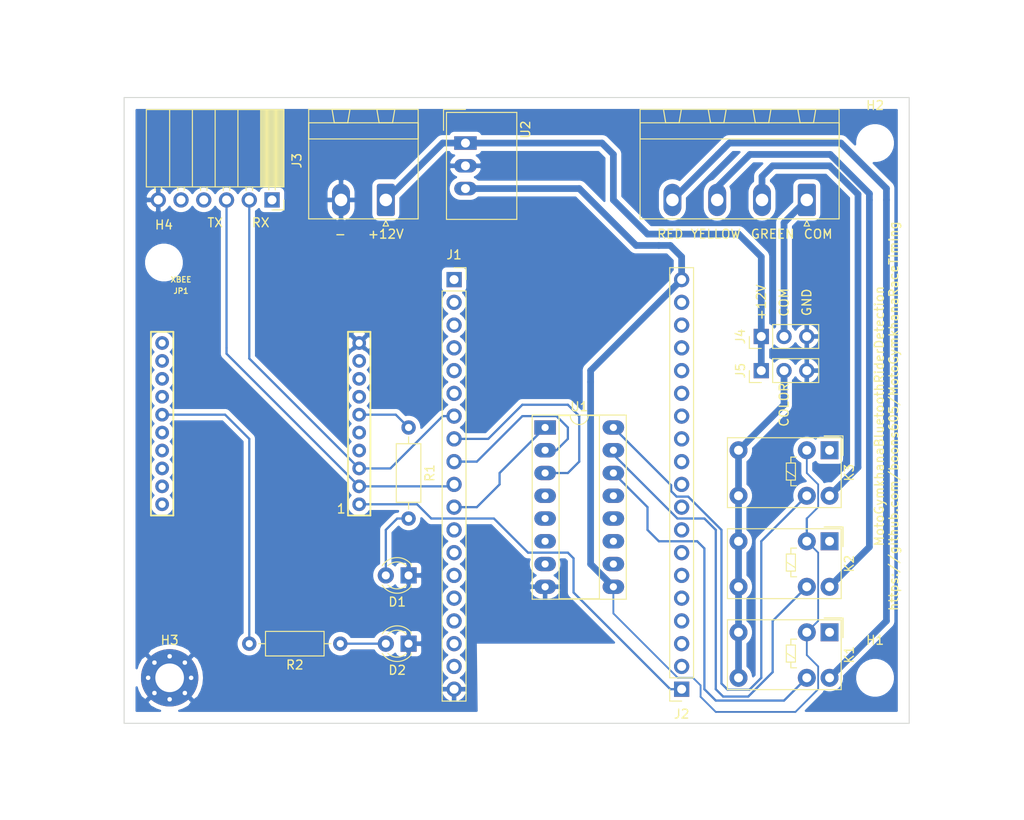
<source format=kicad_pcb>
(kicad_pcb (version 20171130) (host pcbnew "(5.1.6)-1")

  (general
    (thickness 1.6)
    (drawings 21)
    (tracks 158)
    (zones 0)
    (modules 21)
    (nets 80)
  )

  (page A4)
  (layers
    (0 F.Cu signal)
    (31 B.Cu signal)
    (32 B.Adhes user)
    (33 F.Adhes user)
    (34 B.Paste user)
    (35 F.Paste user)
    (36 B.SilkS user)
    (37 F.SilkS user)
    (38 B.Mask user)
    (39 F.Mask user)
    (40 Dwgs.User user)
    (41 Cmts.User user)
    (42 Eco1.User user)
    (43 Eco2.User user)
    (44 Edge.Cuts user)
    (45 Margin user)
    (46 B.CrtYd user)
    (47 F.CrtYd user)
    (48 B.Fab user)
    (49 F.Fab user)
  )

  (setup
    (last_trace_width 0.25)
    (user_trace_width 0.75)
    (trace_clearance 0.2)
    (zone_clearance 0.508)
    (zone_45_only no)
    (trace_min 0.2)
    (via_size 0.8)
    (via_drill 0.4)
    (via_min_size 0.4)
    (via_min_drill 0.3)
    (uvia_size 0.3)
    (uvia_drill 0.1)
    (uvias_allowed no)
    (uvia_min_size 0.2)
    (uvia_min_drill 0.1)
    (edge_width 0.05)
    (segment_width 0.2)
    (pcb_text_width 0.3)
    (pcb_text_size 1.5 1.5)
    (mod_edge_width 0.12)
    (mod_text_size 1 1)
    (mod_text_width 0.15)
    (pad_size 1.7 1.7)
    (pad_drill 1)
    (pad_to_mask_clearance 0.05)
    (aux_axis_origin 0 0)
    (visible_elements 7FFFFFFF)
    (pcbplotparams
      (layerselection 0x010f0_ffffffff)
      (usegerberextensions false)
      (usegerberattributes true)
      (usegerberadvancedattributes true)
      (creategerberjobfile false)
      (excludeedgelayer true)
      (linewidth 0.100000)
      (plotframeref false)
      (viasonmask false)
      (mode 1)
      (useauxorigin false)
      (hpglpennumber 1)
      (hpglpenspeed 20)
      (hpglpendiameter 15.000000)
      (psnegative false)
      (psa4output false)
      (plotreference true)
      (plotvalue true)
      (plotinvisibletext false)
      (padsonsilk true)
      (subtractmaskfromsilk false)
      (outputformat 1)
      (mirror false)
      (drillshape 0)
      (scaleselection 1)
      (outputdirectory "Gerbers/"))
  )

  (net 0 "")
  (net 1 "Net-(D1-Pad2)")
  (net 2 GND)
  (net 3 "Net-(D2-Pad2)")
  (net 4 "Net-(J1-Pad18)")
  (net 5 "Net-(J1-Pad17)")
  (net 6 "Net-(J1-Pad16)")
  (net 7 "Net-(J1-Pad15)")
  (net 8 "Net-(J1-Pad14)")
  (net 9 "Net-(J1-Pad13)")
  (net 10 "Net-(J1-Pad12)")
  (net 11 "Net-(J1-Pad11)")
  (net 12 TXD)
  (net 13 "Net-(J1-Pad9)")
  (net 14 "Net-(J1-Pad8)")
  (net 15 RXD)
  (net 16 "Net-(J1-Pad6)")
  (net 17 "Net-(J1-Pad5)")
  (net 18 "Net-(J1-Pad4)")
  (net 19 "Net-(J1-Pad3)")
  (net 20 "Net-(J1-Pad2)")
  (net 21 "Net-(J1-Pad1)")
  (net 22 +5V)
  (net 23 "Net-(J2-Pad18)")
  (net 24 "Net-(J2-Pad17)")
  (net 25 "Net-(J2-Pad16)")
  (net 26 "Net-(J2-Pad15)")
  (net 27 "Net-(J2-Pad14)")
  (net 28 "Net-(J2-Pad13)")
  (net 29 "Net-(J2-Pad12)")
  (net 30 "Net-(J2-Pad11)")
  (net 31 "Net-(J2-Pad10)")
  (net 32 "Net-(J2-Pad9)")
  (net 33 "Net-(J2-Pad8)")
  (net 34 "Net-(J2-Pad7)")
  (net 35 "Net-(J2-Pad6)")
  (net 36 "Net-(J2-Pad5)")
  (net 37 "Net-(J2-Pad4)")
  (net 38 "Net-(J2-Pad3)")
  (net 39 "Net-(J2-Pad2)")
  (net 40 +3V3)
  (net 41 "Net-(J3-Pad5)")
  (net 42 "Net-(J3-Pad4)")
  (net 43 "Net-(J3-Pad1)")
  (net 44 START_COM)
  (net 45 +12V)
  (net 46 START_COLOR_COM)
  (net 47 "Net-(JP1-Pad20)")
  (net 48 "Net-(JP1-Pad19)")
  (net 49 "Net-(JP1-Pad18)")
  (net 50 "Net-(JP1-Pad17)")
  (net 51 "Net-(JP1-Pad16)")
  (net 52 "Net-(JP1-Pad15)")
  (net 53 "Net-(JP1-Pad14)")
  (net 54 "Net-(JP1-Pad13)")
  (net 55 "Net-(JP1-Pad12)")
  (net 56 "Net-(JP1-Pad11)")
  (net 57 "Net-(JP1-Pad9)")
  (net 58 "Net-(JP1-Pad8)")
  (net 59 "Net-(JP1-Pad7)")
  (net 60 "Net-(JP1-Pad6)")
  (net 61 "Net-(JP1-Pad5)")
  (net 62 "Net-(JP1-Pad4)")
  (net 63 "Net-(K1-Pad1)")
  (net 64 "Net-(K1-Pad9)")
  (net 65 COL_RD)
  (net 66 "Net-(K2-Pad1)")
  (net 67 "Net-(K2-Pad9)")
  (net 68 COL_YW)
  (net 69 "Net-(K3-Pad1)")
  (net 70 "Net-(K3-Pad9)")
  (net 71 COL_GRN)
  (net 72 "Net-(U1-Pad7)")
  (net 73 "Net-(U1-Pad6)")
  (net 74 "Net-(U1-Pad13)")
  (net 75 "Net-(U1-Pad5)")
  (net 76 "Net-(U1-Pad12)")
  (net 77 "Net-(U1-Pad4)")
  (net 78 "Net-(U1-Pad11)")
  (net 79 "Net-(U1-Pad10)")

  (net_class Default "This is the default net class."
    (clearance 0.2)
    (trace_width 0.25)
    (via_dia 0.8)
    (via_drill 0.4)
    (uvia_dia 0.3)
    (uvia_drill 0.1)
    (add_net +12V)
    (add_net +3V3)
    (add_net COL_GRN)
    (add_net COL_RD)
    (add_net COL_YW)
    (add_net GND)
    (add_net "Net-(D1-Pad2)")
    (add_net "Net-(D2-Pad2)")
    (add_net "Net-(J1-Pad1)")
    (add_net "Net-(J1-Pad11)")
    (add_net "Net-(J1-Pad12)")
    (add_net "Net-(J1-Pad13)")
    (add_net "Net-(J1-Pad14)")
    (add_net "Net-(J1-Pad15)")
    (add_net "Net-(J1-Pad16)")
    (add_net "Net-(J1-Pad17)")
    (add_net "Net-(J1-Pad18)")
    (add_net "Net-(J1-Pad2)")
    (add_net "Net-(J1-Pad3)")
    (add_net "Net-(J1-Pad4)")
    (add_net "Net-(J1-Pad5)")
    (add_net "Net-(J1-Pad6)")
    (add_net "Net-(J1-Pad8)")
    (add_net "Net-(J1-Pad9)")
    (add_net "Net-(J2-Pad10)")
    (add_net "Net-(J2-Pad11)")
    (add_net "Net-(J2-Pad12)")
    (add_net "Net-(J2-Pad13)")
    (add_net "Net-(J2-Pad14)")
    (add_net "Net-(J2-Pad15)")
    (add_net "Net-(J2-Pad16)")
    (add_net "Net-(J2-Pad17)")
    (add_net "Net-(J2-Pad18)")
    (add_net "Net-(J2-Pad2)")
    (add_net "Net-(J2-Pad3)")
    (add_net "Net-(J2-Pad4)")
    (add_net "Net-(J2-Pad5)")
    (add_net "Net-(J2-Pad6)")
    (add_net "Net-(J2-Pad7)")
    (add_net "Net-(J2-Pad8)")
    (add_net "Net-(J2-Pad9)")
    (add_net "Net-(J3-Pad1)")
    (add_net "Net-(J3-Pad4)")
    (add_net "Net-(J3-Pad5)")
    (add_net "Net-(JP1-Pad11)")
    (add_net "Net-(JP1-Pad12)")
    (add_net "Net-(JP1-Pad13)")
    (add_net "Net-(JP1-Pad14)")
    (add_net "Net-(JP1-Pad15)")
    (add_net "Net-(JP1-Pad16)")
    (add_net "Net-(JP1-Pad17)")
    (add_net "Net-(JP1-Pad18)")
    (add_net "Net-(JP1-Pad19)")
    (add_net "Net-(JP1-Pad20)")
    (add_net "Net-(JP1-Pad4)")
    (add_net "Net-(JP1-Pad5)")
    (add_net "Net-(JP1-Pad6)")
    (add_net "Net-(JP1-Pad7)")
    (add_net "Net-(JP1-Pad8)")
    (add_net "Net-(JP1-Pad9)")
    (add_net "Net-(K1-Pad1)")
    (add_net "Net-(K1-Pad9)")
    (add_net "Net-(K2-Pad1)")
    (add_net "Net-(K2-Pad9)")
    (add_net "Net-(K3-Pad1)")
    (add_net "Net-(K3-Pad9)")
    (add_net "Net-(U1-Pad10)")
    (add_net "Net-(U1-Pad11)")
    (add_net "Net-(U1-Pad12)")
    (add_net "Net-(U1-Pad13)")
    (add_net "Net-(U1-Pad4)")
    (add_net "Net-(U1-Pad5)")
    (add_net "Net-(U1-Pad6)")
    (add_net "Net-(U1-Pad7)")
    (add_net RXD)
    (add_net START_COLOR_COM)
    (add_net START_COM)
    (add_net TXD)
  )

  (net_class Thin ""
    (clearance 0.15)
    (trace_width 0.2)
    (via_dia 0.8)
    (via_drill 0.4)
    (uvia_dia 0.3)
    (uvia_drill 0.1)
    (add_net +5V)
  )

  (module RF:XBEE (layer F.Cu) (tedit 200000) (tstamp 6029D7F7)
    (at 64.77 73.66 180)
    (descr "DIGI XBEE AND XBEE-PRO RF MODULES")
    (tags "DIGI XBEE AND XBEE-PRO RF MODULES")
    (path /601EE360)
    (attr virtual)
    (fp_text reference JP1 (at 8.89 3.81) (layer F.SilkS)
      (effects (font (size 0.6096 0.6096) (thickness 0.127)))
    )
    (fp_text value XBEE (at 8.89 5.08) (layer F.SilkS)
      (effects (font (size 0.6096 0.6096) (thickness 0.127)))
    )
    (fp_line (start -4.99872 -27.59964) (end 4.99872 -27.59964) (layer Dwgs.User) (width 0.127))
    (fp_line (start -12.24788 -21.24964) (end -4.99872 -27.59964) (layer Dwgs.User) (width 0.127))
    (fp_line (start 12.24788 -21.24964) (end 4.99872 -27.59964) (layer Dwgs.User) (width 0.127))
    (fp_line (start 9.74852 -21.24964) (end 12.24788 -21.24964) (layer F.SilkS) (width 0.2032))
    (fp_line (start 12.24788 -21.24964) (end 12.24788 -0.7493) (layer F.SilkS) (width 0.2032))
    (fp_line (start 12.24788 -0.7493) (end 9.74852 -0.7493) (layer F.SilkS) (width 0.2032))
    (fp_line (start 9.74852 -21.24964) (end 9.74852 -0.7493) (layer F.SilkS) (width 0.2032))
    (fp_line (start -9.74852 -21.24964) (end -12.24788 -21.24964) (layer F.SilkS) (width 0.2032))
    (fp_line (start -12.24788 -21.24964) (end -12.24788 -0.7493) (layer F.SilkS) (width 0.2032))
    (fp_line (start -12.24788 -0.7493) (end -9.74852 -0.7493) (layer F.SilkS) (width 0.2032))
    (fp_line (start -9.74852 -21.24964) (end -9.74852 -0.7493) (layer F.SilkS) (width 0.2032))
    (fp_line (start -12.24788 -0.7493) (end -12.24788 0) (layer Dwgs.User) (width 0.127))
    (fp_line (start 12.24788 -0.7493) (end 12.24788 0) (layer Dwgs.User) (width 0.127))
    (fp_line (start -12.24788 0) (end 12.24788 0) (layer Dwgs.User) (width 0.127))
    (fp_line (start 12.24788 0) (end 12.24788 6.2484) (layer Dwgs.User) (width 0.127))
    (fp_line (start -12.24788 0) (end -12.24788 6.2484) (layer Dwgs.User) (width 0.127))
    (fp_line (start -12.24788 6.2484) (end 12.24788 6.2484) (layer Dwgs.User) (width 0.127))
    (fp_text user 1 (at -8.9916 -20.50796) (layer F.SilkS)
      (effects (font (size 1.016 1.016) (thickness 0.1524)))
    )
    (pad 20 thru_hole circle (at 10.9982 -19.99996 180) (size 1.524 1.524) (drill 0.79756) (layers *.Cu *.Mask)
      (net 47 "Net-(JP1-Pad20)") (solder_mask_margin 0.1016))
    (pad 19 thru_hole circle (at 10.9982 -17.99844 180) (size 1.524 1.524) (drill 0.79756) (layers *.Cu *.Mask)
      (net 48 "Net-(JP1-Pad19)") (solder_mask_margin 0.1016))
    (pad 18 thru_hole circle (at 10.9982 -15.99946 180) (size 1.524 1.524) (drill 0.79756) (layers *.Cu *.Mask)
      (net 49 "Net-(JP1-Pad18)") (solder_mask_margin 0.1016))
    (pad 17 thru_hole circle (at 10.9982 -13.99794 180) (size 1.524 1.524) (drill 0.79756) (layers *.Cu *.Mask)
      (net 50 "Net-(JP1-Pad17)") (solder_mask_margin 0.1016))
    (pad 16 thru_hole circle (at 10.9982 -11.99896 180) (size 1.524 1.524) (drill 0.79756) (layers *.Cu *.Mask)
      (net 51 "Net-(JP1-Pad16)") (solder_mask_margin 0.1016))
    (pad 15 thru_hole circle (at 10.9982 -9.99998 180) (size 1.524 1.524) (drill 0.79756) (layers *.Cu *.Mask)
      (net 52 "Net-(JP1-Pad15)") (solder_mask_margin 0.1016))
    (pad 14 thru_hole circle (at 10.9982 -7.99846 180) (size 1.524 1.524) (drill 0.79756) (layers *.Cu *.Mask)
      (net 53 "Net-(JP1-Pad14)") (solder_mask_margin 0.1016))
    (pad 13 thru_hole circle (at 10.9982 -5.99948 180) (size 1.524 1.524) (drill 0.79756) (layers *.Cu *.Mask)
      (net 54 "Net-(JP1-Pad13)") (solder_mask_margin 0.1016))
    (pad 12 thru_hole circle (at 10.9982 -3.99796 180) (size 1.524 1.524) (drill 0.79756) (layers *.Cu *.Mask)
      (net 55 "Net-(JP1-Pad12)") (solder_mask_margin 0.1016))
    (pad 11 thru_hole circle (at 10.9982 -1.99898 180) (size 1.524 1.524) (drill 0.79756) (layers *.Cu *.Mask)
      (net 56 "Net-(JP1-Pad11)") (solder_mask_margin 0.1016))
    (pad 10 thru_hole circle (at -10.9982 -1.99898 180) (size 1.524 1.524) (drill 0.79756) (layers *.Cu *.Mask)
      (net 2 GND) (solder_mask_margin 0.1016))
    (pad 9 thru_hole circle (at -10.9982 -3.99796 180) (size 1.524 1.524) (drill 0.79756) (layers *.Cu *.Mask)
      (net 57 "Net-(JP1-Pad9)") (solder_mask_margin 0.1016))
    (pad 8 thru_hole circle (at -10.9982 -5.99948 180) (size 1.524 1.524) (drill 0.79756) (layers *.Cu *.Mask)
      (net 58 "Net-(JP1-Pad8)") (solder_mask_margin 0.1016))
    (pad 7 thru_hole circle (at -10.9982 -7.99846 180) (size 1.524 1.524) (drill 0.79756) (layers *.Cu *.Mask)
      (net 59 "Net-(JP1-Pad7)") (solder_mask_margin 0.1016))
    (pad 6 thru_hole circle (at -10.9982 -9.99998 180) (size 1.524 1.524) (drill 0.79756) (layers *.Cu *.Mask)
      (net 60 "Net-(JP1-Pad6)") (solder_mask_margin 0.1016))
    (pad 5 thru_hole circle (at -10.9982 -11.99896 180) (size 1.524 1.524) (drill 0.79756) (layers *.Cu *.Mask)
      (net 61 "Net-(JP1-Pad5)") (solder_mask_margin 0.1016))
    (pad 4 thru_hole circle (at -10.9982 -13.99794 180) (size 1.524 1.524) (drill 0.79756) (layers *.Cu *.Mask)
      (net 62 "Net-(JP1-Pad4)") (solder_mask_margin 0.1016))
    (pad 3 thru_hole circle (at -10.9982 -15.99946 180) (size 1.524 1.524) (drill 0.79756) (layers *.Cu *.Mask)
      (net 15 RXD) (solder_mask_margin 0.1016))
    (pad 2 thru_hole circle (at -10.9982 -17.99844 180) (size 1.524 1.524) (drill 0.79756) (layers *.Cu *.Mask)
      (net 12 TXD) (solder_mask_margin 0.1016))
    (pad 1 thru_hole circle (at -10.9982 -19.99996 180) (size 1.524 1.524) (drill 0.79756) (layers *.Cu *.Mask)
      (net 40 +3V3) (solder_mask_margin 0.1016))
  )

  (module MountingHole:MountingHole_3.2mm_M3 (layer F.Cu) (tedit 56D1B4CB) (tstamp 60341113)
    (at 53.975 66.675)
    (descr "Mounting Hole 3.2mm, no annular, M3")
    (tags "mounting hole 3.2mm no annular m3")
    (path /603C7FFB)
    (attr virtual)
    (fp_text reference H4 (at 0 -4.2) (layer F.SilkS)
      (effects (font (size 1 1) (thickness 0.15)))
    )
    (fp_text value MountingHole (at 0 4.2) (layer F.Fab)
      (effects (font (size 1 1) (thickness 0.15)))
    )
    (fp_circle (center 0 0) (end 3.2 0) (layer Cmts.User) (width 0.15))
    (fp_circle (center 0 0) (end 3.45 0) (layer F.CrtYd) (width 0.05))
    (fp_text user %R (at 0.3 0) (layer F.Fab)
      (effects (font (size 1 1) (thickness 0.15)))
    )
    (pad 1 np_thru_hole circle (at 0 0) (size 3.2 3.2) (drill 3.2) (layers *.Cu *.Mask))
  )

  (module MountingHole:MountingHole_3.2mm_M3_Pad_Via (layer F.Cu) (tedit 56DDBCCA) (tstamp 6033FF5D)
    (at 54.61 113.03)
    (descr "Mounting Hole 3.2mm, M3")
    (tags "mounting hole 3.2mm m3")
    (path /603B717D)
    (attr virtual)
    (fp_text reference H3 (at 0 -4.2) (layer F.SilkS)
      (effects (font (size 1 1) (thickness 0.15)))
    )
    (fp_text value MountingHole_Pad (at 0 4.2) (layer F.Fab)
      (effects (font (size 1 1) (thickness 0.15)))
    )
    (fp_circle (center 0 0) (end 3.2 0) (layer Cmts.User) (width 0.15))
    (fp_circle (center 0 0) (end 3.45 0) (layer F.CrtYd) (width 0.05))
    (fp_text user %R (at 0.3 0) (layer F.Fab)
      (effects (font (size 1 1) (thickness 0.15)))
    )
    (pad 1 thru_hole circle (at 1.697056 -1.697056) (size 0.8 0.8) (drill 0.5) (layers *.Cu *.Mask)
      (net 2 GND))
    (pad 1 thru_hole circle (at 0 -2.4) (size 0.8 0.8) (drill 0.5) (layers *.Cu *.Mask)
      (net 2 GND))
    (pad 1 thru_hole circle (at -1.697056 -1.697056) (size 0.8 0.8) (drill 0.5) (layers *.Cu *.Mask)
      (net 2 GND))
    (pad 1 thru_hole circle (at -2.4 0) (size 0.8 0.8) (drill 0.5) (layers *.Cu *.Mask)
      (net 2 GND))
    (pad 1 thru_hole circle (at -1.697056 1.697056) (size 0.8 0.8) (drill 0.5) (layers *.Cu *.Mask)
      (net 2 GND))
    (pad 1 thru_hole circle (at 0 2.4) (size 0.8 0.8) (drill 0.5) (layers *.Cu *.Mask)
      (net 2 GND))
    (pad 1 thru_hole circle (at 1.697056 1.697056) (size 0.8 0.8) (drill 0.5) (layers *.Cu *.Mask)
      (net 2 GND))
    (pad 1 thru_hole circle (at 2.4 0) (size 0.8 0.8) (drill 0.5) (layers *.Cu *.Mask)
      (net 2 GND))
    (pad 1 thru_hole circle (at 0 0) (size 6.4 6.4) (drill 3.2) (layers *.Cu *.Mask)
      (net 2 GND))
  )

  (module MountingHole:MountingHole_3.2mm_M3 (layer F.Cu) (tedit 56D1B4CB) (tstamp 6033FF4D)
    (at 133.35 53.34)
    (descr "Mounting Hole 3.2mm, no annular, M3")
    (tags "mounting hole 3.2mm no annular m3")
    (path /603B626E)
    (attr virtual)
    (fp_text reference H2 (at 0 -4.2) (layer F.SilkS)
      (effects (font (size 1 1) (thickness 0.15)))
    )
    (fp_text value MountingHole (at 0 4.2) (layer F.Fab)
      (effects (font (size 1 1) (thickness 0.15)))
    )
    (fp_circle (center 0 0) (end 3.2 0) (layer Cmts.User) (width 0.15))
    (fp_circle (center 0 0) (end 3.45 0) (layer F.CrtYd) (width 0.05))
    (fp_text user %R (at 0 0) (layer F.Fab)
      (effects (font (size 1 1) (thickness 0.15)))
    )
    (pad 1 np_thru_hole circle (at 0 0) (size 3.2 3.2) (drill 3.2) (layers *.Cu *.Mask))
  )

  (module MountingHole:MountingHole_3.2mm_M3 (layer F.Cu) (tedit 56D1B4CB) (tstamp 6033FF45)
    (at 133.35 113.03)
    (descr "Mounting Hole 3.2mm, no annular, M3")
    (tags "mounting hole 3.2mm no annular m3")
    (path /603B5B08)
    (attr virtual)
    (fp_text reference H1 (at 0 -4.2) (layer F.SilkS)
      (effects (font (size 1 1) (thickness 0.15)))
    )
    (fp_text value MountingHole (at 0 4.2) (layer F.Fab)
      (effects (font (size 1 1) (thickness 0.15)))
    )
    (fp_circle (center 0 0) (end 3.2 0) (layer Cmts.User) (width 0.15))
    (fp_circle (center 0 0) (end 3.45 0) (layer F.CrtYd) (width 0.05))
    (fp_text user %R (at 0.3 0) (layer F.Fab)
      (effects (font (size 1 1) (thickness 0.15)))
    )
    (pad 1 np_thru_hole circle (at 0 0) (size 3.2 3.2) (drill 3.2) (layers *.Cu *.Mask))
  )

  (module RiderDetection:Relay_SPDT_Omron_G5V-1 (layer F.Cu) (tedit 602EC4C6) (tstamp 6029D860)
    (at 128.27 87.63 270)
    (descr "Relay Omron G5V-1, see http://omronfs.omron.com/en_US/ecb/products/pdf/en-g5v_1.pdf")
    (tags "Relay Omron G5V-1")
    (path /602E9A6F)
    (fp_text reference K3 (at 2.5 -2.2 90) (layer F.SilkS)
      (effects (font (size 1 1) (thickness 0.15)))
    )
    (fp_text value G5V-1 (at 2.5 12.5 90) (layer F.Fab)
      (effects (font (size 1 1) (thickness 0.15)))
    )
    (fp_line (start -1.6 -1.5) (end 0.6 -1.5) (layer F.SilkS) (width 0.12))
    (fp_line (start -1.6 0.6) (end -1.6 -1.5) (layer F.SilkS) (width 0.12))
    (fp_line (start -1.4 11.4) (end -1.4 -1.3) (layer F.SilkS) (width 0.12))
    (fp_line (start 6.4 11.4) (end -1.4 11.4) (layer F.SilkS) (width 0.12))
    (fp_line (start 6.4 -1.3) (end 6.4 11.4) (layer F.SilkS) (width 0.12))
    (fp_line (start -1.4 -1.3) (end 6.4 -1.3) (layer F.SilkS) (width 0.12))
    (fp_line (start -1.2 -0.1) (end -0.1 -1.1) (layer F.Fab) (width 0.12))
    (fp_line (start -1.2 11.2) (end -1.2 -0.1) (layer F.Fab) (width 0.12))
    (fp_line (start 6.2 11.2) (end -1.2 11.2) (layer F.Fab) (width 0.12))
    (fp_line (start 6.2 -1.1) (end 6.2 11.2) (layer F.Fab) (width 0.12))
    (fp_line (start -0.1 -1.1) (end 6.2 -1.1) (layer F.Fab) (width 0.12))
    (fp_line (start 2.946 3.81) (end 2.311 4.826) (layer F.SilkS) (width 0.12))
    (fp_line (start 0.762 3.683) (end 0.762 4.318) (layer F.SilkS) (width 0.12))
    (fp_line (start 0.762 4.318) (end 1.422 4.318) (layer F.SilkS) (width 0.12))
    (fp_line (start 3.962 3.683) (end 3.962 4.318) (layer F.SilkS) (width 0.12))
    (fp_line (start 3.962 4.318) (end 3.327 4.318) (layer F.SilkS) (width 0.12))
    (fp_line (start 3.327 3.81) (end 1.422 3.81) (layer F.SilkS) (width 0.12))
    (fp_line (start 1.422 3.81) (end 1.422 4.826) (layer F.SilkS) (width 0.12))
    (fp_line (start 1.422 4.826) (end 3.327 4.826) (layer F.SilkS) (width 0.12))
    (fp_line (start 3.327 3.81) (end 3.327 4.826) (layer F.SilkS) (width 0.12))
    (fp_line (start -1.45 -1.35) (end 6.45 -1.35) (layer F.CrtYd) (width 0.05))
    (fp_line (start -1.45 -1.35) (end -1.45 11.45) (layer F.CrtYd) (width 0.05))
    (fp_line (start 6.45 11.45) (end 6.45 -1.35) (layer F.CrtYd) (width 0.05))
    (fp_line (start 6.45 11.45) (end -1.45 11.45) (layer F.CrtYd) (width 0.05))
    (fp_text user %R (at 2.54 6.35 90) (layer F.Fab)
      (effects (font (size 1 1) (thickness 0.15)))
    )
    (pad 5 thru_hole circle (at 0 10.16 270) (size 2 2) (drill 1) (layers *.Cu *.Mask)
      (net 46 START_COLOR_COM) (clearance 0.15))
    (pad 6 thru_hole circle (at 5.08 10.16 270) (size 2 2) (drill 1) (layers *.Cu *.Mask)
      (net 46 START_COLOR_COM) (clearance 0.15))
    (pad 2 thru_hole circle (at 0 2.54 270) (size 2 2) (drill 1) (layers *.Cu *.Mask)
      (net 22 +5V) (clearance 0.15))
    (pad 1 thru_hole rect (at 0 0 270) (size 2 2) (drill 1) (layers *.Cu *.Mask)
      (net 69 "Net-(K3-Pad1)") (clearance 0.15))
    (pad 9 thru_hole circle (at 5.08 2.54 270) (size 2 2) (drill 1) (layers *.Cu *.Mask)
      (net 70 "Net-(K3-Pad9)") (clearance 0.15))
    (pad 10 thru_hole circle (at 5.08 0 270) (size 2 2) (drill 1) (layers *.Cu *.Mask)
      (net 71 COL_GRN) (clearance 0.15))
    (model ${KISYS3DMOD}/Relay_THT.3dshapes/Relay_SPDT_Omron_G5V-1.wrl
      (at (xyz 0 0 0))
      (scale (xyz 1 1 1))
      (rotate (xyz 0 0 0))
    )
  )

  (module RiderDetection:Relay_SPDT_Omron_G5V-1 (layer F.Cu) (tedit 602EC4C6) (tstamp 6029D83D)
    (at 128.27 97.79 270)
    (descr "Relay Omron G5V-1, see http://omronfs.omron.com/en_US/ecb/products/pdf/en-g5v_1.pdf")
    (tags "Relay Omron G5V-1")
    (path /602EE852)
    (fp_text reference K2 (at 2.5 -2.2 90) (layer F.SilkS)
      (effects (font (size 1 1) (thickness 0.15)))
    )
    (fp_text value G5V-1 (at 2.5 12.5 90) (layer F.Fab)
      (effects (font (size 1 1) (thickness 0.15)))
    )
    (fp_line (start -1.6 -1.5) (end 0.6 -1.5) (layer F.SilkS) (width 0.12))
    (fp_line (start -1.6 0.6) (end -1.6 -1.5) (layer F.SilkS) (width 0.12))
    (fp_line (start -1.4 11.4) (end -1.4 -1.3) (layer F.SilkS) (width 0.12))
    (fp_line (start 6.4 11.4) (end -1.4 11.4) (layer F.SilkS) (width 0.12))
    (fp_line (start 6.4 -1.3) (end 6.4 11.4) (layer F.SilkS) (width 0.12))
    (fp_line (start -1.4 -1.3) (end 6.4 -1.3) (layer F.SilkS) (width 0.12))
    (fp_line (start -1.2 -0.1) (end -0.1 -1.1) (layer F.Fab) (width 0.12))
    (fp_line (start -1.2 11.2) (end -1.2 -0.1) (layer F.Fab) (width 0.12))
    (fp_line (start 6.2 11.2) (end -1.2 11.2) (layer F.Fab) (width 0.12))
    (fp_line (start 6.2 -1.1) (end 6.2 11.2) (layer F.Fab) (width 0.12))
    (fp_line (start -0.1 -1.1) (end 6.2 -1.1) (layer F.Fab) (width 0.12))
    (fp_line (start 2.946 3.81) (end 2.311 4.826) (layer F.SilkS) (width 0.12))
    (fp_line (start 0.762 3.683) (end 0.762 4.318) (layer F.SilkS) (width 0.12))
    (fp_line (start 0.762 4.318) (end 1.422 4.318) (layer F.SilkS) (width 0.12))
    (fp_line (start 3.962 3.683) (end 3.962 4.318) (layer F.SilkS) (width 0.12))
    (fp_line (start 3.962 4.318) (end 3.327 4.318) (layer F.SilkS) (width 0.12))
    (fp_line (start 3.327 3.81) (end 1.422 3.81) (layer F.SilkS) (width 0.12))
    (fp_line (start 1.422 3.81) (end 1.422 4.826) (layer F.SilkS) (width 0.12))
    (fp_line (start 1.422 4.826) (end 3.327 4.826) (layer F.SilkS) (width 0.12))
    (fp_line (start 3.327 3.81) (end 3.327 4.826) (layer F.SilkS) (width 0.12))
    (fp_line (start -1.45 -1.35) (end 6.45 -1.35) (layer F.CrtYd) (width 0.05))
    (fp_line (start -1.45 -1.35) (end -1.45 11.45) (layer F.CrtYd) (width 0.05))
    (fp_line (start 6.45 11.45) (end 6.45 -1.35) (layer F.CrtYd) (width 0.05))
    (fp_line (start 6.45 11.45) (end -1.45 11.45) (layer F.CrtYd) (width 0.05))
    (fp_text user %R (at 2.54 6.35 90) (layer F.Fab)
      (effects (font (size 1 1) (thickness 0.15)))
    )
    (pad 5 thru_hole circle (at 0 10.16 270) (size 2 2) (drill 1) (layers *.Cu *.Mask)
      (net 46 START_COLOR_COM) (clearance 0.15))
    (pad 6 thru_hole circle (at 5.08 10.16 270) (size 2 2) (drill 1) (layers *.Cu *.Mask)
      (net 46 START_COLOR_COM) (clearance 0.15))
    (pad 2 thru_hole circle (at 0 2.54 270) (size 2 2) (drill 1) (layers *.Cu *.Mask)
      (net 22 +5V) (clearance 0.15))
    (pad 1 thru_hole rect (at 0 0 270) (size 2 2) (drill 1) (layers *.Cu *.Mask)
      (net 66 "Net-(K2-Pad1)") (clearance 0.15))
    (pad 9 thru_hole circle (at 5.08 2.54 270) (size 2 2) (drill 1) (layers *.Cu *.Mask)
      (net 67 "Net-(K2-Pad9)") (clearance 0.15))
    (pad 10 thru_hole circle (at 5.08 0 270) (size 2 2) (drill 1) (layers *.Cu *.Mask)
      (net 68 COL_YW) (clearance 0.15))
    (model ${KISYS3DMOD}/Relay_THT.3dshapes/Relay_SPDT_Omron_G5V-1.wrl
      (at (xyz 0 0 0))
      (scale (xyz 1 1 1))
      (rotate (xyz 0 0 0))
    )
  )

  (module RiderDetection:Relay_SPDT_Omron_G5V-1 (layer F.Cu) (tedit 602EC4C6) (tstamp 6029D81A)
    (at 128.27 107.95 270)
    (descr "Relay Omron G5V-1, see http://omronfs.omron.com/en_US/ecb/products/pdf/en-g5v_1.pdf")
    (tags "Relay Omron G5V-1")
    (path /602DD50C)
    (fp_text reference K1 (at 2.5 -2.2 90) (layer F.SilkS)
      (effects (font (size 1 1) (thickness 0.15)))
    )
    (fp_text value G5V-1 (at 2.5 12.5 90) (layer F.Fab)
      (effects (font (size 1 1) (thickness 0.15)))
    )
    (fp_line (start -1.6 -1.5) (end 0.6 -1.5) (layer F.SilkS) (width 0.12))
    (fp_line (start -1.6 0.6) (end -1.6 -1.5) (layer F.SilkS) (width 0.12))
    (fp_line (start -1.4 11.4) (end -1.4 -1.3) (layer F.SilkS) (width 0.12))
    (fp_line (start 6.4 11.4) (end -1.4 11.4) (layer F.SilkS) (width 0.12))
    (fp_line (start 6.4 -1.3) (end 6.4 11.4) (layer F.SilkS) (width 0.12))
    (fp_line (start -1.4 -1.3) (end 6.4 -1.3) (layer F.SilkS) (width 0.12))
    (fp_line (start -1.2 -0.1) (end -0.1 -1.1) (layer F.Fab) (width 0.12))
    (fp_line (start -1.2 11.2) (end -1.2 -0.1) (layer F.Fab) (width 0.12))
    (fp_line (start 6.2 11.2) (end -1.2 11.2) (layer F.Fab) (width 0.12))
    (fp_line (start 6.2 -1.1) (end 6.2 11.2) (layer F.Fab) (width 0.12))
    (fp_line (start -0.1 -1.1) (end 6.2 -1.1) (layer F.Fab) (width 0.12))
    (fp_line (start 2.946 3.81) (end 2.311 4.826) (layer F.SilkS) (width 0.12))
    (fp_line (start 0.762 3.683) (end 0.762 4.318) (layer F.SilkS) (width 0.12))
    (fp_line (start 0.762 4.318) (end 1.422 4.318) (layer F.SilkS) (width 0.12))
    (fp_line (start 3.962 3.683) (end 3.962 4.318) (layer F.SilkS) (width 0.12))
    (fp_line (start 3.962 4.318) (end 3.327 4.318) (layer F.SilkS) (width 0.12))
    (fp_line (start 3.327 3.81) (end 1.422 3.81) (layer F.SilkS) (width 0.12))
    (fp_line (start 1.422 3.81) (end 1.422 4.826) (layer F.SilkS) (width 0.12))
    (fp_line (start 1.422 4.826) (end 3.327 4.826) (layer F.SilkS) (width 0.12))
    (fp_line (start 3.327 3.81) (end 3.327 4.826) (layer F.SilkS) (width 0.12))
    (fp_line (start -1.45 -1.35) (end 6.45 -1.35) (layer F.CrtYd) (width 0.05))
    (fp_line (start -1.45 -1.35) (end -1.45 11.45) (layer F.CrtYd) (width 0.05))
    (fp_line (start 6.45 11.45) (end 6.45 -1.35) (layer F.CrtYd) (width 0.05))
    (fp_line (start 6.45 11.45) (end -1.45 11.45) (layer F.CrtYd) (width 0.05))
    (fp_text user %R (at 2.54 6.35 90) (layer F.Fab)
      (effects (font (size 1 1) (thickness 0.15)))
    )
    (pad 5 thru_hole circle (at 0 10.16 270) (size 2 2) (drill 1) (layers *.Cu *.Mask)
      (net 46 START_COLOR_COM) (clearance 0.15))
    (pad 6 thru_hole circle (at 5.08 10.16 270) (size 2 2) (drill 1) (layers *.Cu *.Mask)
      (net 46 START_COLOR_COM) (clearance 0.15))
    (pad 2 thru_hole circle (at 0 2.54 270) (size 2 2) (drill 1) (layers *.Cu *.Mask)
      (net 22 +5V) (clearance 0.15))
    (pad 1 thru_hole rect (at 0 0 270) (size 2 2) (drill 1) (layers *.Cu *.Mask)
      (net 63 "Net-(K1-Pad1)") (clearance 0.15))
    (pad 9 thru_hole circle (at 5.08 2.54 270) (size 2 2) (drill 1) (layers *.Cu *.Mask)
      (net 64 "Net-(K1-Pad9)") (clearance 0.15))
    (pad 10 thru_hole circle (at 5.08 0 270) (size 2 2) (drill 1) (layers *.Cu *.Mask)
      (net 65 COL_RD) (clearance 0.15))
    (model ${KISYS3DMOD}/Relay_THT.3dshapes/Relay_SPDT_Omron_G5V-1.wrl
      (at (xyz 0 0 0))
      (scale (xyz 1 1 1))
      (rotate (xyz 0 0 0))
    )
  )

  (module Converter_DCDC:Converter_DCDC_TRACO_TSR-1_THT (layer F.Cu) (tedit 59FE1FB7) (tstamp 602ECED2)
    (at 87.63 53.34 270)
    (descr "DCDC-Converter, TRACO, TSR 1-xxxx")
    (tags "DCDC-Converter TRACO TSR-1")
    (path /603634C2)
    (fp_text reference U2 (at -1.5 -6.71 90) (layer F.SilkS)
      (effects (font (size 1 1) (thickness 0.15)))
    )
    (fp_text value TSR_1-2450 (at 2.5 3.25 90) (layer F.Fab)
      (effects (font (size 1 1) (thickness 0.15)))
    )
    (fp_line (start -2.3 2) (end 8.4 2) (layer F.Fab) (width 0.1))
    (fp_line (start -3.42 2.12) (end -3.42 -5.73) (layer F.SilkS) (width 0.12))
    (fp_line (start -3.42 -5.73) (end 8.52 -5.73) (layer F.SilkS) (width 0.12))
    (fp_line (start 8.52 -5.73) (end 8.52 2.12) (layer F.SilkS) (width 0.12))
    (fp_line (start 8.52 2.12) (end -3.42 2.12) (layer F.SilkS) (width 0.12))
    (fp_line (start -3.55 -5.85) (end 8.65 -5.85) (layer F.CrtYd) (width 0.05))
    (fp_line (start 8.65 -5.85) (end 8.65 2.25) (layer F.CrtYd) (width 0.05))
    (fp_line (start 8.65 2.25) (end -3.55 2.25) (layer F.CrtYd) (width 0.05))
    (fp_line (start -3.55 2.25) (end -3.55 -5.85) (layer F.CrtYd) (width 0.05))
    (fp_line (start -3.3 -5.6) (end 8.4 -5.6) (layer F.Fab) (width 0.1))
    (fp_line (start 8.4 2) (end 8.4 -5.6) (layer F.Fab) (width 0.1))
    (fp_line (start -3.3 1) (end -3.3 -5.6) (layer F.Fab) (width 0.1))
    (fp_line (start -3.3 1) (end -2.3 2) (layer F.Fab) (width 0.1))
    (fp_line (start -3.75 0) (end -3.75 2.45) (layer F.SilkS) (width 0.12))
    (fp_line (start -3.75 2.45) (end -1.42 2.45) (layer F.SilkS) (width 0.12))
    (fp_text user %R (at 3 -3 90) (layer F.Fab)
      (effects (font (size 1 1) (thickness 0.15)))
    )
    (pad 3 thru_hole oval (at 5.08 0 270) (size 1.5 2.5) (drill 1) (layers *.Cu *.Mask)
      (net 22 +5V))
    (pad 2 thru_hole oval (at 2.54 0 270) (size 1.5 2.5) (drill 1) (layers *.Cu *.Mask)
      (net 2 GND))
    (pad 1 thru_hole rect (at 0 0 270) (size 1.5 2.5) (drill 1) (layers *.Cu *.Mask)
      (net 45 +12V))
    (model ${KISYS3DMOD}/Converter_DCDC.3dshapes/Converter_DCDC_TRACO_TSR-1_THT.wrl
      (at (xyz 0 0 0))
      (scale (xyz 1 1 1))
      (rotate (xyz 0 0 0))
    )
  )

  (module Package_DIP:DIP-16_W7.62mm_Socket_LongPads (layer F.Cu) (tedit 5A02E8C5) (tstamp 6029D90C)
    (at 96.52 85.09)
    (descr "16-lead though-hole mounted DIP package, row spacing 7.62 mm (300 mils), Socket, LongPads")
    (tags "THT DIP DIL PDIP 2.54mm 7.62mm 300mil Socket LongPads")
    (path /602574F9)
    (fp_text reference U1 (at 3.81 -2.33) (layer F.SilkS)
      (effects (font (size 1 1) (thickness 0.15)))
    )
    (fp_text value ULN2003A (at 3.81 20.11) (layer F.Fab)
      (effects (font (size 1 1) (thickness 0.15)))
    )
    (fp_line (start 9.15 -1.6) (end -1.55 -1.6) (layer F.CrtYd) (width 0.05))
    (fp_line (start 9.15 19.4) (end 9.15 -1.6) (layer F.CrtYd) (width 0.05))
    (fp_line (start -1.55 19.4) (end 9.15 19.4) (layer F.CrtYd) (width 0.05))
    (fp_line (start -1.55 -1.6) (end -1.55 19.4) (layer F.CrtYd) (width 0.05))
    (fp_line (start 9.06 -1.39) (end -1.44 -1.39) (layer F.SilkS) (width 0.12))
    (fp_line (start 9.06 19.17) (end 9.06 -1.39) (layer F.SilkS) (width 0.12))
    (fp_line (start -1.44 19.17) (end 9.06 19.17) (layer F.SilkS) (width 0.12))
    (fp_line (start -1.44 -1.39) (end -1.44 19.17) (layer F.SilkS) (width 0.12))
    (fp_line (start 6.06 -1.33) (end 4.81 -1.33) (layer F.SilkS) (width 0.12))
    (fp_line (start 6.06 19.11) (end 6.06 -1.33) (layer F.SilkS) (width 0.12))
    (fp_line (start 1.56 19.11) (end 6.06 19.11) (layer F.SilkS) (width 0.12))
    (fp_line (start 1.56 -1.33) (end 1.56 19.11) (layer F.SilkS) (width 0.12))
    (fp_line (start 2.81 -1.33) (end 1.56 -1.33) (layer F.SilkS) (width 0.12))
    (fp_line (start 8.89 -1.33) (end -1.27 -1.33) (layer F.Fab) (width 0.1))
    (fp_line (start 8.89 19.11) (end 8.89 -1.33) (layer F.Fab) (width 0.1))
    (fp_line (start -1.27 19.11) (end 8.89 19.11) (layer F.Fab) (width 0.1))
    (fp_line (start -1.27 -1.33) (end -1.27 19.11) (layer F.Fab) (width 0.1))
    (fp_line (start 0.635 -0.27) (end 1.635 -1.27) (layer F.Fab) (width 0.1))
    (fp_line (start 0.635 19.05) (end 0.635 -0.27) (layer F.Fab) (width 0.1))
    (fp_line (start 6.985 19.05) (end 0.635 19.05) (layer F.Fab) (width 0.1))
    (fp_line (start 6.985 -1.27) (end 6.985 19.05) (layer F.Fab) (width 0.1))
    (fp_line (start 1.635 -1.27) (end 6.985 -1.27) (layer F.Fab) (width 0.1))
    (fp_text user %R (at 3.81 8.89) (layer F.Fab)
      (effects (font (size 1 1) (thickness 0.15)))
    )
    (fp_arc (start 3.81 -1.33) (end 2.81 -1.33) (angle -180) (layer F.SilkS) (width 0.12))
    (pad 16 thru_hole oval (at 7.62 0) (size 2.4 1.6) (drill 0.8) (layers *.Cu *.Mask)
      (net 70 "Net-(K3-Pad9)"))
    (pad 8 thru_hole oval (at 0 17.78) (size 2.4 1.6) (drill 0.8) (layers *.Cu *.Mask)
      (net 2 GND))
    (pad 15 thru_hole oval (at 7.62 2.54) (size 2.4 1.6) (drill 0.8) (layers *.Cu *.Mask)
      (net 67 "Net-(K2-Pad9)"))
    (pad 7 thru_hole oval (at 0 15.24) (size 2.4 1.6) (drill 0.8) (layers *.Cu *.Mask)
      (net 72 "Net-(U1-Pad7)"))
    (pad 14 thru_hole oval (at 7.62 5.08) (size 2.4 1.6) (drill 0.8) (layers *.Cu *.Mask)
      (net 64 "Net-(K1-Pad9)"))
    (pad 6 thru_hole oval (at 0 12.7) (size 2.4 1.6) (drill 0.8) (layers *.Cu *.Mask)
      (net 73 "Net-(U1-Pad6)"))
    (pad 13 thru_hole oval (at 7.62 7.62) (size 2.4 1.6) (drill 0.8) (layers *.Cu *.Mask)
      (net 74 "Net-(U1-Pad13)"))
    (pad 5 thru_hole oval (at 0 10.16) (size 2.4 1.6) (drill 0.8) (layers *.Cu *.Mask)
      (net 75 "Net-(U1-Pad5)"))
    (pad 12 thru_hole oval (at 7.62 10.16) (size 2.4 1.6) (drill 0.8) (layers *.Cu *.Mask)
      (net 76 "Net-(U1-Pad12)"))
    (pad 4 thru_hole oval (at 0 7.62) (size 2.4 1.6) (drill 0.8) (layers *.Cu *.Mask)
      (net 77 "Net-(U1-Pad4)"))
    (pad 11 thru_hole oval (at 7.62 12.7) (size 2.4 1.6) (drill 0.8) (layers *.Cu *.Mask)
      (net 78 "Net-(U1-Pad11)"))
    (pad 3 thru_hole oval (at 0 5.08) (size 2.4 1.6) (drill 0.8) (layers *.Cu *.Mask)
      (net 14 "Net-(J1-Pad8)"))
    (pad 10 thru_hole oval (at 7.62 15.24) (size 2.4 1.6) (drill 0.8) (layers *.Cu *.Mask)
      (net 79 "Net-(U1-Pad10)"))
    (pad 2 thru_hole oval (at 0 2.54) (size 2.4 1.6) (drill 0.8) (layers *.Cu *.Mask)
      (net 13 "Net-(J1-Pad9)"))
    (pad 9 thru_hole oval (at 7.62 17.78) (size 2.4 1.6) (drill 0.8) (layers *.Cu *.Mask)
      (net 22 +5V))
    (pad 1 thru_hole rect (at 0 0) (size 2.4 1.6) (drill 0.8) (layers *.Cu *.Mask)
      (net 11 "Net-(J1-Pad11)"))
    (model ${KISYS3DMOD}/Package_DIP.3dshapes/DIP-16_W7.62mm_Socket.wrl
      (at (xyz 0 0 0))
      (scale (xyz 1 1 1))
      (rotate (xyz 0 0 0))
    )
  )

  (module Connector_Phoenix_MSTB:PhoenixContact_MSTBA_2,5_4-G_1x04_P5.00mm_Horizontal (layer F.Cu) (tedit 5B785046) (tstamp 6029D8E0)
    (at 125.73 59.69 180)
    (descr "Generic Phoenix Contact connector footprint for: MSTBA_2,5/4-G; number of pins: 04; pin pitch: 5.00mm; Angled || order number: 1757491 12A || order number: 1923775 16A (HC)")
    (tags "phoenix_contact connector MSTBA_01x04_G_5.00mm")
    (path /60300486)
    (fp_text reference STARTLIGHT0 (at 7.62 -3.2) (layer F.SilkS) hide
      (effects (font (size 1 1) (thickness 0.15)))
    )
    (fp_text value Screw_Terminal_01x04 (at 7.5 11.2) (layer F.Fab)
      (effects (font (size 1 1) (thickness 0.15)))
    )
    (fp_line (start 0 -0.5) (end -0.95 -2) (layer F.Fab) (width 0.1))
    (fp_line (start 0.95 -2) (end 0 -0.5) (layer F.Fab) (width 0.1))
    (fp_line (start -0.3 -2.91) (end 0.3 -2.91) (layer F.SilkS) (width 0.12))
    (fp_line (start 0 -2.31) (end -0.3 -2.91) (layer F.SilkS) (width 0.12))
    (fp_line (start 0.3 -2.91) (end 0 -2.31) (layer F.SilkS) (width 0.12))
    (fp_line (start 19 -2.5) (end -4 -2.5) (layer F.CrtYd) (width 0.05))
    (fp_line (start 19 10.5) (end 19 -2.5) (layer F.CrtYd) (width 0.05))
    (fp_line (start -4 10.5) (end 19 10.5) (layer F.CrtYd) (width 0.05))
    (fp_line (start -4 -2.5) (end -4 10.5) (layer F.CrtYd) (width 0.05))
    (fp_line (start 14.25 8.61) (end 14 10.11) (layer F.SilkS) (width 0.12))
    (fp_line (start 15.75 8.61) (end 14.25 8.61) (layer F.SilkS) (width 0.12))
    (fp_line (start 16 10.11) (end 15.75 8.61) (layer F.SilkS) (width 0.12))
    (fp_line (start 14 10.11) (end 16 10.11) (layer F.SilkS) (width 0.12))
    (fp_line (start 9.25 8.61) (end 9 10.11) (layer F.SilkS) (width 0.12))
    (fp_line (start 10.75 8.61) (end 9.25 8.61) (layer F.SilkS) (width 0.12))
    (fp_line (start 11 10.11) (end 10.75 8.61) (layer F.SilkS) (width 0.12))
    (fp_line (start 9 10.11) (end 11 10.11) (layer F.SilkS) (width 0.12))
    (fp_line (start 4.25 8.61) (end 4 10.11) (layer F.SilkS) (width 0.12))
    (fp_line (start 5.75 8.61) (end 4.25 8.61) (layer F.SilkS) (width 0.12))
    (fp_line (start 6 10.11) (end 5.75 8.61) (layer F.SilkS) (width 0.12))
    (fp_line (start 4 10.11) (end 6 10.11) (layer F.SilkS) (width 0.12))
    (fp_line (start -0.75 8.61) (end -1 10.11) (layer F.SilkS) (width 0.12))
    (fp_line (start 0.75 8.61) (end -0.75 8.61) (layer F.SilkS) (width 0.12))
    (fp_line (start 1 10.11) (end 0.75 8.61) (layer F.SilkS) (width 0.12))
    (fp_line (start -1 10.11) (end 1 10.11) (layer F.SilkS) (width 0.12))
    (fp_line (start 18.61 8.61) (end -3.61 8.61) (layer F.SilkS) (width 0.12))
    (fp_line (start 18.61 6.81) (end 18.61 8.61) (layer F.SilkS) (width 0.12))
    (fp_line (start -3.61 6.81) (end 18.61 6.81) (layer F.SilkS) (width 0.12))
    (fp_line (start -3.61 8.61) (end -3.61 6.81) (layer F.SilkS) (width 0.12))
    (fp_line (start 18.5 -2) (end -3.5 -2) (layer F.Fab) (width 0.1))
    (fp_line (start 18.5 10) (end 18.5 -2) (layer F.Fab) (width 0.1))
    (fp_line (start -3.5 10) (end 18.5 10) (layer F.Fab) (width 0.1))
    (fp_line (start -3.5 -2) (end -3.5 10) (layer F.Fab) (width 0.1))
    (fp_line (start 18.61 -2.11) (end -3.61 -2.11) (layer F.SilkS) (width 0.12))
    (fp_line (start 18.61 10.11) (end 18.61 -2.11) (layer F.SilkS) (width 0.12))
    (fp_line (start -3.61 10.11) (end 18.61 10.11) (layer F.SilkS) (width 0.12))
    (fp_line (start -3.61 -2.11) (end -3.61 10.11) (layer F.SilkS) (width 0.12))
    (fp_text user %R (at 7.5 -1.3) (layer F.Fab)
      (effects (font (size 1 1) (thickness 0.15)))
    )
    (pad 4 thru_hole oval (at 15 0 180) (size 2 3.6) (drill 1.4) (layers *.Cu *.Mask)
      (net 65 COL_RD))
    (pad 3 thru_hole oval (at 10 0 180) (size 2 3.6) (drill 1.4) (layers *.Cu *.Mask)
      (net 68 COL_YW))
    (pad 2 thru_hole oval (at 5 0 180) (size 2 3.6) (drill 1.4) (layers *.Cu *.Mask)
      (net 71 COL_GRN))
    (pad 1 thru_hole roundrect (at 0 0 180) (size 2 3.6) (drill 1.4) (layers *.Cu *.Mask) (roundrect_rratio 0.125)
      (net 44 START_COM))
    (model ${KISYS3DMOD}/Connector_Phoenix_MSTB.3dshapes/PhoenixContact_MSTBA_2,5_4-G_1x04_P5.00mm_Horizontal.wrl
      (at (xyz 0 0 0))
      (scale (xyz 1 1 1))
      (rotate (xyz 0 0 0))
    )
  )

  (module Resistor_THT:R_Axial_DIN0207_L6.3mm_D2.5mm_P10.16mm_Horizontal (layer F.Cu) (tedit 5AE5139B) (tstamp 6029D8B2)
    (at 73.66 109.22 180)
    (descr "Resistor, Axial_DIN0207 series, Axial, Horizontal, pin pitch=10.16mm, 0.25W = 1/4W, length*diameter=6.3*2.5mm^2, http://cdn-reichelt.de/documents/datenblatt/B400/1_4W%23YAG.pdf")
    (tags "Resistor Axial_DIN0207 series Axial Horizontal pin pitch 10.16mm 0.25W = 1/4W length 6.3mm diameter 2.5mm")
    (path /6028FF51)
    (fp_text reference R2 (at 5.08 -2.37) (layer F.SilkS)
      (effects (font (size 1 1) (thickness 0.15)))
    )
    (fp_text value 330R (at 5.08 2.37) (layer F.Fab)
      (effects (font (size 1 1) (thickness 0.15)))
    )
    (fp_line (start 11.21 -1.5) (end -1.05 -1.5) (layer F.CrtYd) (width 0.05))
    (fp_line (start 11.21 1.5) (end 11.21 -1.5) (layer F.CrtYd) (width 0.05))
    (fp_line (start -1.05 1.5) (end 11.21 1.5) (layer F.CrtYd) (width 0.05))
    (fp_line (start -1.05 -1.5) (end -1.05 1.5) (layer F.CrtYd) (width 0.05))
    (fp_line (start 9.12 0) (end 8.35 0) (layer F.SilkS) (width 0.12))
    (fp_line (start 1.04 0) (end 1.81 0) (layer F.SilkS) (width 0.12))
    (fp_line (start 8.35 -1.37) (end 1.81 -1.37) (layer F.SilkS) (width 0.12))
    (fp_line (start 8.35 1.37) (end 8.35 -1.37) (layer F.SilkS) (width 0.12))
    (fp_line (start 1.81 1.37) (end 8.35 1.37) (layer F.SilkS) (width 0.12))
    (fp_line (start 1.81 -1.37) (end 1.81 1.37) (layer F.SilkS) (width 0.12))
    (fp_line (start 10.16 0) (end 8.23 0) (layer F.Fab) (width 0.1))
    (fp_line (start 0 0) (end 1.93 0) (layer F.Fab) (width 0.1))
    (fp_line (start 8.23 -1.25) (end 1.93 -1.25) (layer F.Fab) (width 0.1))
    (fp_line (start 8.23 1.25) (end 8.23 -1.25) (layer F.Fab) (width 0.1))
    (fp_line (start 1.93 1.25) (end 8.23 1.25) (layer F.Fab) (width 0.1))
    (fp_line (start 1.93 -1.25) (end 1.93 1.25) (layer F.Fab) (width 0.1))
    (fp_text user %R (at 5.08 0) (layer F.Fab)
      (effects (font (size 1 1) (thickness 0.15)))
    )
    (pad 2 thru_hole oval (at 10.16 0 180) (size 1.6 1.6) (drill 0.8) (layers *.Cu *.Mask)
      (net 52 "Net-(JP1-Pad15)"))
    (pad 1 thru_hole circle (at 0 0 180) (size 1.6 1.6) (drill 0.8) (layers *.Cu *.Mask)
      (net 3 "Net-(D2-Pad2)"))
    (model ${KISYS3DMOD}/Resistor_THT.3dshapes/R_Axial_DIN0207_L6.3mm_D2.5mm_P10.16mm_Horizontal.wrl
      (at (xyz 0 0 0))
      (scale (xyz 1 1 1))
      (rotate (xyz 0 0 0))
    )
  )

  (module Resistor_THT:R_Axial_DIN0207_L6.3mm_D2.5mm_P10.16mm_Horizontal (layer F.Cu) (tedit 5AE5139B) (tstamp 6029D89B)
    (at 81.28 85.09 270)
    (descr "Resistor, Axial_DIN0207 series, Axial, Horizontal, pin pitch=10.16mm, 0.25W = 1/4W, length*diameter=6.3*2.5mm^2, http://cdn-reichelt.de/documents/datenblatt/B400/1_4W%23YAG.pdf")
    (tags "Resistor Axial_DIN0207 series Axial Horizontal pin pitch 10.16mm 0.25W = 1/4W length 6.3mm diameter 2.5mm")
    (path /6028B14E)
    (fp_text reference R1 (at 5.08 -2.37 90) (layer F.SilkS)
      (effects (font (size 1 1) (thickness 0.15)))
    )
    (fp_text value 330R (at 5.08 2.37 90) (layer F.Fab)
      (effects (font (size 1 1) (thickness 0.15)))
    )
    (fp_line (start 11.21 -1.5) (end -1.05 -1.5) (layer F.CrtYd) (width 0.05))
    (fp_line (start 11.21 1.5) (end 11.21 -1.5) (layer F.CrtYd) (width 0.05))
    (fp_line (start -1.05 1.5) (end 11.21 1.5) (layer F.CrtYd) (width 0.05))
    (fp_line (start -1.05 -1.5) (end -1.05 1.5) (layer F.CrtYd) (width 0.05))
    (fp_line (start 9.12 0) (end 8.35 0) (layer F.SilkS) (width 0.12))
    (fp_line (start 1.04 0) (end 1.81 0) (layer F.SilkS) (width 0.12))
    (fp_line (start 8.35 -1.37) (end 1.81 -1.37) (layer F.SilkS) (width 0.12))
    (fp_line (start 8.35 1.37) (end 8.35 -1.37) (layer F.SilkS) (width 0.12))
    (fp_line (start 1.81 1.37) (end 8.35 1.37) (layer F.SilkS) (width 0.12))
    (fp_line (start 1.81 -1.37) (end 1.81 1.37) (layer F.SilkS) (width 0.12))
    (fp_line (start 10.16 0) (end 8.23 0) (layer F.Fab) (width 0.1))
    (fp_line (start 0 0) (end 1.93 0) (layer F.Fab) (width 0.1))
    (fp_line (start 8.23 -1.25) (end 1.93 -1.25) (layer F.Fab) (width 0.1))
    (fp_line (start 8.23 1.25) (end 8.23 -1.25) (layer F.Fab) (width 0.1))
    (fp_line (start 1.93 1.25) (end 8.23 1.25) (layer F.Fab) (width 0.1))
    (fp_line (start 1.93 -1.25) (end 1.93 1.25) (layer F.Fab) (width 0.1))
    (fp_text user %R (at 5.08 0 90) (layer F.Fab)
      (effects (font (size 1 1) (thickness 0.15)))
    )
    (pad 2 thru_hole oval (at 10.16 0 270) (size 1.6 1.6) (drill 0.8) (layers *.Cu *.Mask)
      (net 1 "Net-(D1-Pad2)"))
    (pad 1 thru_hole circle (at 0 0 270) (size 1.6 1.6) (drill 0.8) (layers *.Cu *.Mask)
      (net 60 "Net-(JP1-Pad6)"))
    (model ${KISYS3DMOD}/Resistor_THT.3dshapes/R_Axial_DIN0207_L6.3mm_D2.5mm_P10.16mm_Horizontal.wrl
      (at (xyz 0 0 0))
      (scale (xyz 1 1 1))
      (rotate (xyz 0 0 0))
    )
  )

  (module Connector_Phoenix_MSTB:PhoenixContact_MSTBA_2,5_2-G_1x02_P5.00mm_Horizontal (layer F.Cu) (tedit 5B785046) (tstamp 6029D884)
    (at 78.74 59.69 180)
    (descr "Generic Phoenix Contact connector footprint for: MSTBA_2,5/2-G; number of pins: 02; pin pitch: 5.00mm; Angled || order number: 1757475 12A || order number: 1923759 16A (HC)")
    (tags "phoenix_contact connector MSTBA_01x02_G_5.00mm")
    (path /602FB922)
    (fp_text reference PWR0 (at 2.5 -3.2) (layer F.SilkS) hide
      (effects (font (size 1 1) (thickness 0.15)))
    )
    (fp_text value Screw_Terminal_01x02 (at 2.5 11.2) (layer F.Fab)
      (effects (font (size 1 1) (thickness 0.15)))
    )
    (fp_line (start 0 -0.5) (end -0.95 -2) (layer F.Fab) (width 0.1))
    (fp_line (start 0.95 -2) (end 0 -0.5) (layer F.Fab) (width 0.1))
    (fp_line (start -0.3 -2.91) (end 0.3 -2.91) (layer F.SilkS) (width 0.12))
    (fp_line (start 0 -2.31) (end -0.3 -2.91) (layer F.SilkS) (width 0.12))
    (fp_line (start 0.3 -2.91) (end 0 -2.31) (layer F.SilkS) (width 0.12))
    (fp_line (start 9 -2.5) (end -4 -2.5) (layer F.CrtYd) (width 0.05))
    (fp_line (start 9 10.5) (end 9 -2.5) (layer F.CrtYd) (width 0.05))
    (fp_line (start -4 10.5) (end 9 10.5) (layer F.CrtYd) (width 0.05))
    (fp_line (start -4 -2.5) (end -4 10.5) (layer F.CrtYd) (width 0.05))
    (fp_line (start 4.25 8.61) (end 4 10.11) (layer F.SilkS) (width 0.12))
    (fp_line (start 5.75 8.61) (end 4.25 8.61) (layer F.SilkS) (width 0.12))
    (fp_line (start 6 10.11) (end 5.75 8.61) (layer F.SilkS) (width 0.12))
    (fp_line (start 4 10.11) (end 6 10.11) (layer F.SilkS) (width 0.12))
    (fp_line (start -0.75 8.61) (end -1 10.11) (layer F.SilkS) (width 0.12))
    (fp_line (start 0.75 8.61) (end -0.75 8.61) (layer F.SilkS) (width 0.12))
    (fp_line (start 1 10.11) (end 0.75 8.61) (layer F.SilkS) (width 0.12))
    (fp_line (start -1 10.11) (end 1 10.11) (layer F.SilkS) (width 0.12))
    (fp_line (start 8.61 8.61) (end -3.61 8.61) (layer F.SilkS) (width 0.12))
    (fp_line (start 8.61 6.81) (end 8.61 8.61) (layer F.SilkS) (width 0.12))
    (fp_line (start -3.61 6.81) (end 8.61 6.81) (layer F.SilkS) (width 0.12))
    (fp_line (start -3.61 8.61) (end -3.61 6.81) (layer F.SilkS) (width 0.12))
    (fp_line (start 8.5 -2) (end -3.5 -2) (layer F.Fab) (width 0.1))
    (fp_line (start 8.5 10) (end 8.5 -2) (layer F.Fab) (width 0.1))
    (fp_line (start -3.5 10) (end 8.5 10) (layer F.Fab) (width 0.1))
    (fp_line (start -3.5 -2) (end -3.5 10) (layer F.Fab) (width 0.1))
    (fp_line (start 8.61 -2.11) (end -3.61 -2.11) (layer F.SilkS) (width 0.12))
    (fp_line (start 8.61 10.11) (end 8.61 -2.11) (layer F.SilkS) (width 0.12))
    (fp_line (start -3.61 10.11) (end 8.61 10.11) (layer F.SilkS) (width 0.12))
    (fp_line (start -3.61 -2.11) (end -3.61 10.11) (layer F.SilkS) (width 0.12))
    (fp_text user %R (at 2.5 -1.3) (layer F.Fab)
      (effects (font (size 1 1) (thickness 0.15)))
    )
    (pad 2 thru_hole oval (at 5 0 180) (size 2 3.6) (drill 1.4) (layers *.Cu *.Mask)
      (net 2 GND))
    (pad 1 thru_hole roundrect (at 0 0 180) (size 2 3.6) (drill 1.4) (layers *.Cu *.Mask) (roundrect_rratio 0.125)
      (net 45 +12V))
    (model ${KISYS3DMOD}/Connector_Phoenix_MSTB.3dshapes/PhoenixContact_MSTBA_2,5_2-G_1x02_P5.00mm_Horizontal.wrl
      (at (xyz 0 0 0))
      (scale (xyz 1 1 1))
      (rotate (xyz 0 0 0))
    )
  )

  (module Connector_PinHeader_2.54mm:PinHeader_1x03_P2.54mm_Vertical (layer F.Cu) (tedit 59FED5CC) (tstamp 6029D7CD)
    (at 120.65 78.74 90)
    (descr "Through hole straight pin header, 1x03, 2.54mm pitch, single row")
    (tags "Through hole pin header THT 1x03 2.54mm single row")
    (path /6030DD57)
    (fp_text reference J5 (at 0 -2.33 90) (layer F.SilkS)
      (effects (font (size 1 1) (thickness 0.15)))
    )
    (fp_text value Conn_01x03_Male (at 0 7.41 90) (layer F.Fab)
      (effects (font (size 1 1) (thickness 0.15)))
    )
    (fp_line (start 1.8 -1.8) (end -1.8 -1.8) (layer F.CrtYd) (width 0.05))
    (fp_line (start 1.8 6.85) (end 1.8 -1.8) (layer F.CrtYd) (width 0.05))
    (fp_line (start -1.8 6.85) (end 1.8 6.85) (layer F.CrtYd) (width 0.05))
    (fp_line (start -1.8 -1.8) (end -1.8 6.85) (layer F.CrtYd) (width 0.05))
    (fp_line (start -1.33 -1.33) (end 0 -1.33) (layer F.SilkS) (width 0.12))
    (fp_line (start -1.33 0) (end -1.33 -1.33) (layer F.SilkS) (width 0.12))
    (fp_line (start -1.33 1.27) (end 1.33 1.27) (layer F.SilkS) (width 0.12))
    (fp_line (start 1.33 1.27) (end 1.33 6.41) (layer F.SilkS) (width 0.12))
    (fp_line (start -1.33 1.27) (end -1.33 6.41) (layer F.SilkS) (width 0.12))
    (fp_line (start -1.33 6.41) (end 1.33 6.41) (layer F.SilkS) (width 0.12))
    (fp_line (start -1.27 -0.635) (end -0.635 -1.27) (layer F.Fab) (width 0.1))
    (fp_line (start -1.27 6.35) (end -1.27 -0.635) (layer F.Fab) (width 0.1))
    (fp_line (start 1.27 6.35) (end -1.27 6.35) (layer F.Fab) (width 0.1))
    (fp_line (start 1.27 -1.27) (end 1.27 6.35) (layer F.Fab) (width 0.1))
    (fp_line (start -0.635 -1.27) (end 1.27 -1.27) (layer F.Fab) (width 0.1))
    (fp_text user %R (at 0 2.54) (layer F.Fab)
      (effects (font (size 1 1) (thickness 0.15)))
    )
    (pad 3 thru_hole oval (at 0 5.08 90) (size 1.7 1.7) (drill 1) (layers *.Cu *.Mask)
      (net 2 GND))
    (pad 2 thru_hole oval (at 0 2.54 90) (size 1.7 1.7) (drill 1) (layers *.Cu *.Mask)
      (net 46 START_COLOR_COM))
    (pad 1 thru_hole rect (at 0 0 90) (size 1.7 1.7) (drill 1) (layers *.Cu *.Mask)
      (net 45 +12V))
    (model ${KISYS3DMOD}/Connector_PinHeader_2.54mm.3dshapes/PinHeader_1x03_P2.54mm_Vertical.wrl
      (at (xyz 0 0 0))
      (scale (xyz 1 1 1))
      (rotate (xyz 0 0 0))
    )
  )

  (module Connector_PinHeader_2.54mm:PinHeader_1x03_P2.54mm_Vertical (layer F.Cu) (tedit 59FED5CC) (tstamp 6029D7B6)
    (at 120.65 74.93 90)
    (descr "Through hole straight pin header, 1x03, 2.54mm pitch, single row")
    (tags "Through hole pin header THT 1x03 2.54mm single row")
    (path /603166F8)
    (fp_text reference J4 (at 0 -2.33 90) (layer F.SilkS)
      (effects (font (size 1 1) (thickness 0.15)))
    )
    (fp_text value Conn_01x03_Male (at 0 7.41 90) (layer F.Fab)
      (effects (font (size 1 1) (thickness 0.15)))
    )
    (fp_line (start 1.8 -1.8) (end -1.8 -1.8) (layer F.CrtYd) (width 0.05))
    (fp_line (start 1.8 6.85) (end 1.8 -1.8) (layer F.CrtYd) (width 0.05))
    (fp_line (start -1.8 6.85) (end 1.8 6.85) (layer F.CrtYd) (width 0.05))
    (fp_line (start -1.8 -1.8) (end -1.8 6.85) (layer F.CrtYd) (width 0.05))
    (fp_line (start -1.33 -1.33) (end 0 -1.33) (layer F.SilkS) (width 0.12))
    (fp_line (start -1.33 0) (end -1.33 -1.33) (layer F.SilkS) (width 0.12))
    (fp_line (start -1.33 1.27) (end 1.33 1.27) (layer F.SilkS) (width 0.12))
    (fp_line (start 1.33 1.27) (end 1.33 6.41) (layer F.SilkS) (width 0.12))
    (fp_line (start -1.33 1.27) (end -1.33 6.41) (layer F.SilkS) (width 0.12))
    (fp_line (start -1.33 6.41) (end 1.33 6.41) (layer F.SilkS) (width 0.12))
    (fp_line (start -1.27 -0.635) (end -0.635 -1.27) (layer F.Fab) (width 0.1))
    (fp_line (start -1.27 6.35) (end -1.27 -0.635) (layer F.Fab) (width 0.1))
    (fp_line (start 1.27 6.35) (end -1.27 6.35) (layer F.Fab) (width 0.1))
    (fp_line (start 1.27 -1.27) (end 1.27 6.35) (layer F.Fab) (width 0.1))
    (fp_line (start -0.635 -1.27) (end 1.27 -1.27) (layer F.Fab) (width 0.1))
    (fp_text user %R (at 0 2.54) (layer F.Fab)
      (effects (font (size 1 1) (thickness 0.15)))
    )
    (pad 3 thru_hole oval (at 0 5.08 90) (size 1.7 1.7) (drill 1) (layers *.Cu *.Mask)
      (net 2 GND))
    (pad 2 thru_hole oval (at 0 2.54 90) (size 1.7 1.7) (drill 1) (layers *.Cu *.Mask)
      (net 44 START_COM))
    (pad 1 thru_hole rect (at 0 0 90) (size 1.7 1.7) (drill 1) (layers *.Cu *.Mask)
      (net 45 +12V))
    (model ${KISYS3DMOD}/Connector_PinHeader_2.54mm.3dshapes/PinHeader_1x03_P2.54mm_Vertical.wrl
      (at (xyz 0 0 0))
      (scale (xyz 1 1 1))
      (rotate (xyz 0 0 0))
    )
  )

  (module Connector_PinSocket_2.54mm:PinSocket_1x06_P2.54mm_Horizontal (layer F.Cu) (tedit 6033FDA5) (tstamp 6029D79F)
    (at 66.04 59.69 270)
    (descr "Through hole angled socket strip, 1x06, 2.54mm pitch, 8.51mm socket length, single row (from Kicad 4.0.7), script generated")
    (tags "Through hole angled socket strip THT 1x06 2.54mm single row")
    (path /601FF8D6)
    (fp_text reference J3 (at -4.38 -2.77 90) (layer F.SilkS)
      (effects (font (size 1 1) (thickness 0.15)))
    )
    (fp_text value Conn_01x06 (at -4.38 15.47 90) (layer F.Fab)
      (effects (font (size 1 1) (thickness 0.15)))
    )
    (fp_line (start 1.75 14.45) (end 1.75 -1.8) (layer F.CrtYd) (width 0.05))
    (fp_line (start -10.55 14.45) (end 1.75 14.45) (layer F.CrtYd) (width 0.05))
    (fp_line (start -10.55 -1.8) (end -10.55 14.45) (layer F.CrtYd) (width 0.05))
    (fp_line (start 1.75 -1.8) (end -10.55 -1.8) (layer F.CrtYd) (width 0.05))
    (fp_line (start 0 -1.33) (end 1.11 -1.33) (layer F.SilkS) (width 0.12))
    (fp_line (start 1.11 -1.33) (end 1.11 0) (layer F.SilkS) (width 0.12))
    (fp_line (start -10.09 -1.33) (end -10.09 14.03) (layer F.SilkS) (width 0.12))
    (fp_line (start -10.09 14.03) (end -1.46 14.03) (layer F.SilkS) (width 0.12))
    (fp_line (start -1.46 -1.33) (end -1.46 14.03) (layer F.SilkS) (width 0.12))
    (fp_line (start -10.09 -1.33) (end -1.46 -1.33) (layer F.SilkS) (width 0.12))
    (fp_line (start -10.09 11.43) (end -1.46 11.43) (layer F.SilkS) (width 0.12))
    (fp_line (start -10.09 8.89) (end -1.46 8.89) (layer F.SilkS) (width 0.12))
    (fp_line (start -10.09 6.35) (end -1.46 6.35) (layer F.SilkS) (width 0.12))
    (fp_line (start -10.09 3.81) (end -1.46 3.81) (layer F.SilkS) (width 0.12))
    (fp_line (start -10.09 1.27) (end -1.46 1.27) (layer F.SilkS) (width 0.12))
    (fp_line (start -1.46 13.06) (end -1.05 13.06) (layer F.SilkS) (width 0.12))
    (fp_line (start -1.46 12.34) (end -1.05 12.34) (layer F.SilkS) (width 0.12))
    (fp_line (start -1.46 10.52) (end -1.05 10.52) (layer F.SilkS) (width 0.12))
    (fp_line (start -1.46 9.8) (end -1.05 9.8) (layer F.SilkS) (width 0.12))
    (fp_line (start -1.46 7.98) (end -1.05 7.98) (layer F.SilkS) (width 0.12))
    (fp_line (start -1.46 7.26) (end -1.05 7.26) (layer F.SilkS) (width 0.12))
    (fp_line (start -1.46 5.44) (end -1.05 5.44) (layer F.SilkS) (width 0.12))
    (fp_line (start -1.46 4.72) (end -1.05 4.72) (layer F.SilkS) (width 0.12))
    (fp_line (start -1.46 2.9) (end -1.05 2.9) (layer F.SilkS) (width 0.12))
    (fp_line (start -1.46 2.18) (end -1.05 2.18) (layer F.SilkS) (width 0.12))
    (fp_line (start -1.46 0.36) (end -1.11 0.36) (layer F.SilkS) (width 0.12))
    (fp_line (start -1.46 -0.36) (end -1.11 -0.36) (layer F.SilkS) (width 0.12))
    (fp_line (start -10.09 1.1519) (end -1.46 1.1519) (layer F.SilkS) (width 0.12))
    (fp_line (start -10.09 1.033805) (end -1.46 1.033805) (layer F.SilkS) (width 0.12))
    (fp_line (start -10.09 0.91571) (end -1.46 0.91571) (layer F.SilkS) (width 0.12))
    (fp_line (start -10.09 0.797615) (end -1.46 0.797615) (layer F.SilkS) (width 0.12))
    (fp_line (start -10.09 0.67952) (end -1.46 0.67952) (layer F.SilkS) (width 0.12))
    (fp_line (start -10.09 0.561425) (end -1.46 0.561425) (layer F.SilkS) (width 0.12))
    (fp_line (start -10.09 0.44333) (end -1.46 0.44333) (layer F.SilkS) (width 0.12))
    (fp_line (start -10.09 0.325235) (end -1.46 0.325235) (layer F.SilkS) (width 0.12))
    (fp_line (start -10.09 0.20714) (end -1.46 0.20714) (layer F.SilkS) (width 0.12))
    (fp_line (start -10.09 0.089045) (end -1.46 0.089045) (layer F.SilkS) (width 0.12))
    (fp_line (start -10.09 -0.02905) (end -1.46 -0.02905) (layer F.SilkS) (width 0.12))
    (fp_line (start -10.09 -0.147145) (end -1.46 -0.147145) (layer F.SilkS) (width 0.12))
    (fp_line (start -10.09 -0.26524) (end -1.46 -0.26524) (layer F.SilkS) (width 0.12))
    (fp_line (start -10.09 -0.383335) (end -1.46 -0.383335) (layer F.SilkS) (width 0.12))
    (fp_line (start -10.09 -0.50143) (end -1.46 -0.50143) (layer F.SilkS) (width 0.12))
    (fp_line (start -10.09 -0.619525) (end -1.46 -0.619525) (layer F.SilkS) (width 0.12))
    (fp_line (start -10.09 -0.73762) (end -1.46 -0.73762) (layer F.SilkS) (width 0.12))
    (fp_line (start -10.09 -0.855715) (end -1.46 -0.855715) (layer F.SilkS) (width 0.12))
    (fp_line (start -10.09 -0.97381) (end -1.46 -0.97381) (layer F.SilkS) (width 0.12))
    (fp_line (start -10.09 -1.091905) (end -1.46 -1.091905) (layer F.SilkS) (width 0.12))
    (fp_line (start -10.09 -1.21) (end -1.46 -1.21) (layer F.SilkS) (width 0.12))
    (fp_line (start 0 13) (end 0 12.4) (layer F.Fab) (width 0.1))
    (fp_line (start -1.52 13) (end 0 13) (layer F.Fab) (width 0.1))
    (fp_line (start 0 12.4) (end -1.52 12.4) (layer F.Fab) (width 0.1))
    (fp_line (start 0 10.46) (end 0 9.86) (layer F.Fab) (width 0.1))
    (fp_line (start -1.52 10.46) (end 0 10.46) (layer F.Fab) (width 0.1))
    (fp_line (start 0 9.86) (end -1.52 9.86) (layer F.Fab) (width 0.1))
    (fp_line (start 0 7.92) (end 0 7.32) (layer F.Fab) (width 0.1))
    (fp_line (start -1.52 7.92) (end 0 7.92) (layer F.Fab) (width 0.1))
    (fp_line (start 0 7.32) (end -1.52 7.32) (layer F.Fab) (width 0.1))
    (fp_line (start 0 5.38) (end 0 4.78) (layer F.Fab) (width 0.1))
    (fp_line (start -1.52 5.38) (end 0 5.38) (layer F.Fab) (width 0.1))
    (fp_line (start 0 4.78) (end -1.52 4.78) (layer F.Fab) (width 0.1))
    (fp_line (start 0 2.84) (end 0 2.24) (layer F.Fab) (width 0.1))
    (fp_line (start -1.52 2.84) (end 0 2.84) (layer F.Fab) (width 0.1))
    (fp_line (start 0 2.24) (end -1.52 2.24) (layer F.Fab) (width 0.1))
    (fp_line (start 0 0.3) (end 0 -0.3) (layer F.Fab) (width 0.1))
    (fp_line (start -1.52 0.3) (end 0 0.3) (layer F.Fab) (width 0.1))
    (fp_line (start 0 -0.3) (end -1.52 -0.3) (layer F.Fab) (width 0.1))
    (fp_line (start -10.03 13.97) (end -10.03 -1.27) (layer F.Fab) (width 0.1))
    (fp_line (start -1.52 13.97) (end -10.03 13.97) (layer F.Fab) (width 0.1))
    (fp_line (start -1.52 -0.3) (end -1.52 13.97) (layer F.Fab) (width 0.1))
    (fp_line (start -2.49 -1.27) (end -1.52 -0.3) (layer F.Fab) (width 0.1))
    (fp_line (start -10.03 -1.27) (end -2.49 -1.27) (layer F.Fab) (width 0.1))
    (fp_text user %R (at -5.775 6.35) (layer F.Fab)
      (effects (font (size 1 1) (thickness 0.15)))
    )
    (pad 6 thru_hole oval (at 0 12.7 270) (size 1.7 1.7) (drill 1) (layers *.Cu *.Mask)
      (net 2 GND))
    (pad 5 thru_hole oval (at 0 10.16 270) (size 1.7 1.7) (drill 1) (layers *.Cu *.Mask)
      (net 41 "Net-(J3-Pad5)"))
    (pad 4 thru_hole oval (at 0 7.62 270) (size 1.7 1.7) (drill 1) (layers *.Cu *.Mask)
      (net 42 "Net-(J3-Pad4)"))
    (pad 3 thru_hole oval (at 0 5.08 270) (size 1.7 1.7) (drill 1) (layers *.Cu *.Mask)
      (net 12 TXD))
    (pad 2 thru_hole oval (at 0 2.54 270) (size 1.7 1.7) (drill 1) (layers *.Cu *.Mask)
      (net 15 RXD))
    (pad 1 thru_hole rect (at 0 0 270) (size 1.7 1.7) (drill 1) (layers *.Cu *.Mask)
      (net 43 "Net-(J3-Pad1)"))
    (model ${KISYS3DMOD}/Connector_PinSocket_2.54mm.3dshapes/PinSocket_1x06_P2.54mm_Horizontal.wrl
      (at (xyz 0 0 0))
      (scale (xyz 1 1 1))
      (rotate (xyz 0 0 0))
    )
  )

  (module Connector_PinSocket_2.54mm:PinSocket_1x19_P2.54mm_Vertical (layer F.Cu) (tedit 5A19A430) (tstamp 6029D74D)
    (at 111.76 114.3 180)
    (descr "Through hole straight socket strip, 1x19, 2.54mm pitch, single row (from Kicad 4.0.7), script generated")
    (tags "Through hole socket strip THT 1x19 2.54mm single row")
    (path /601F4B48)
    (fp_text reference J2 (at 0 -2.77) (layer F.SilkS)
      (effects (font (size 1 1) (thickness 0.15)))
    )
    (fp_text value Conn_01x19 (at 0 48.49) (layer F.Fab)
      (effects (font (size 1 1) (thickness 0.15)))
    )
    (fp_line (start -1.8 47.5) (end -1.8 -1.8) (layer F.CrtYd) (width 0.05))
    (fp_line (start 1.75 47.5) (end -1.8 47.5) (layer F.CrtYd) (width 0.05))
    (fp_line (start 1.75 -1.8) (end 1.75 47.5) (layer F.CrtYd) (width 0.05))
    (fp_line (start -1.8 -1.8) (end 1.75 -1.8) (layer F.CrtYd) (width 0.05))
    (fp_line (start 0 -1.33) (end 1.33 -1.33) (layer F.SilkS) (width 0.12))
    (fp_line (start 1.33 -1.33) (end 1.33 0) (layer F.SilkS) (width 0.12))
    (fp_line (start 1.33 1.27) (end 1.33 47.05) (layer F.SilkS) (width 0.12))
    (fp_line (start -1.33 47.05) (end 1.33 47.05) (layer F.SilkS) (width 0.12))
    (fp_line (start -1.33 1.27) (end -1.33 47.05) (layer F.SilkS) (width 0.12))
    (fp_line (start -1.33 1.27) (end 1.33 1.27) (layer F.SilkS) (width 0.12))
    (fp_line (start -1.27 46.99) (end -1.27 -1.27) (layer F.Fab) (width 0.1))
    (fp_line (start 1.27 46.99) (end -1.27 46.99) (layer F.Fab) (width 0.1))
    (fp_line (start 1.27 -0.635) (end 1.27 46.99) (layer F.Fab) (width 0.1))
    (fp_line (start 0.635 -1.27) (end 1.27 -0.635) (layer F.Fab) (width 0.1))
    (fp_line (start -1.27 -1.27) (end 0.635 -1.27) (layer F.Fab) (width 0.1))
    (fp_text user %R (at 0 22.86 90) (layer F.Fab)
      (effects (font (size 1 1) (thickness 0.15)))
    )
    (pad 19 thru_hole oval (at 0 45.72 180) (size 1.7 1.7) (drill 1) (layers *.Cu *.Mask)
      (net 22 +5V))
    (pad 18 thru_hole oval (at 0 43.18 180) (size 1.7 1.7) (drill 1) (layers *.Cu *.Mask)
      (net 23 "Net-(J2-Pad18)"))
    (pad 17 thru_hole oval (at 0 40.64 180) (size 1.7 1.7) (drill 1) (layers *.Cu *.Mask)
      (net 24 "Net-(J2-Pad17)"))
    (pad 16 thru_hole oval (at 0 38.1 180) (size 1.7 1.7) (drill 1) (layers *.Cu *.Mask)
      (net 25 "Net-(J2-Pad16)"))
    (pad 15 thru_hole oval (at 0 35.56 180) (size 1.7 1.7) (drill 1) (layers *.Cu *.Mask)
      (net 26 "Net-(J2-Pad15)"))
    (pad 14 thru_hole oval (at 0 33.02 180) (size 1.7 1.7) (drill 1) (layers *.Cu *.Mask)
      (net 27 "Net-(J2-Pad14)"))
    (pad 13 thru_hole oval (at 0 30.48 180) (size 1.7 1.7) (drill 1) (layers *.Cu *.Mask)
      (net 28 "Net-(J2-Pad13)"))
    (pad 12 thru_hole oval (at 0 27.94 180) (size 1.7 1.7) (drill 1) (layers *.Cu *.Mask)
      (net 29 "Net-(J2-Pad12)"))
    (pad 11 thru_hole oval (at 0 25.4 180) (size 1.7 1.7) (drill 1) (layers *.Cu *.Mask)
      (net 30 "Net-(J2-Pad11)"))
    (pad 10 thru_hole oval (at 0 22.86 180) (size 1.7 1.7) (drill 1) (layers *.Cu *.Mask)
      (net 31 "Net-(J2-Pad10)"))
    (pad 9 thru_hole oval (at 0 20.32 180) (size 1.7 1.7) (drill 1) (layers *.Cu *.Mask)
      (net 32 "Net-(J2-Pad9)"))
    (pad 8 thru_hole oval (at 0 17.78 180) (size 1.7 1.7) (drill 1) (layers *.Cu *.Mask)
      (net 33 "Net-(J2-Pad8)"))
    (pad 7 thru_hole oval (at 0 15.24 180) (size 1.7 1.7) (drill 1) (layers *.Cu *.Mask)
      (net 34 "Net-(J2-Pad7)"))
    (pad 6 thru_hole oval (at 0 12.7 180) (size 1.7 1.7) (drill 1) (layers *.Cu *.Mask)
      (net 35 "Net-(J2-Pad6)"))
    (pad 5 thru_hole oval (at 0 10.16 180) (size 1.7 1.7) (drill 1) (layers *.Cu *.Mask)
      (net 36 "Net-(J2-Pad5)"))
    (pad 4 thru_hole oval (at 0 7.62 180) (size 1.7 1.7) (drill 1) (layers *.Cu *.Mask)
      (net 37 "Net-(J2-Pad4)"))
    (pad 3 thru_hole oval (at 0 5.08 180) (size 1.7 1.7) (drill 1) (layers *.Cu *.Mask)
      (net 38 "Net-(J2-Pad3)"))
    (pad 2 thru_hole oval (at 0 2.54 180) (size 1.7 1.7) (drill 1) (layers *.Cu *.Mask)
      (net 39 "Net-(J2-Pad2)"))
    (pad 1 thru_hole rect (at 0 0 180) (size 1.7 1.7) (drill 1) (layers *.Cu *.Mask)
      (net 40 +3V3))
    (model ${KISYS3DMOD}/Connector_PinSocket_2.54mm.3dshapes/PinSocket_1x19_P2.54mm_Vertical.wrl
      (at (xyz 0 0 0))
      (scale (xyz 1 1 1))
      (rotate (xyz 0 0 0))
    )
  )

  (module Connector_PinSocket_2.54mm:PinSocket_1x19_P2.54mm_Vertical (layer F.Cu) (tedit 5A19A430) (tstamp 6029D726)
    (at 86.36 68.58)
    (descr "Through hole straight socket strip, 1x19, 2.54mm pitch, single row (from Kicad 4.0.7), script generated")
    (tags "Through hole socket strip THT 1x19 2.54mm single row")
    (path /601F7BE1)
    (fp_text reference J1 (at 0 -2.77) (layer F.SilkS)
      (effects (font (size 1 1) (thickness 0.15)))
    )
    (fp_text value Conn_01x19 (at 0 48.49) (layer F.Fab)
      (effects (font (size 1 1) (thickness 0.15)))
    )
    (fp_line (start -1.8 47.5) (end -1.8 -1.8) (layer F.CrtYd) (width 0.05))
    (fp_line (start 1.75 47.5) (end -1.8 47.5) (layer F.CrtYd) (width 0.05))
    (fp_line (start 1.75 -1.8) (end 1.75 47.5) (layer F.CrtYd) (width 0.05))
    (fp_line (start -1.8 -1.8) (end 1.75 -1.8) (layer F.CrtYd) (width 0.05))
    (fp_line (start 0 -1.33) (end 1.33 -1.33) (layer F.SilkS) (width 0.12))
    (fp_line (start 1.33 -1.33) (end 1.33 0) (layer F.SilkS) (width 0.12))
    (fp_line (start 1.33 1.27) (end 1.33 47.05) (layer F.SilkS) (width 0.12))
    (fp_line (start -1.33 47.05) (end 1.33 47.05) (layer F.SilkS) (width 0.12))
    (fp_line (start -1.33 1.27) (end -1.33 47.05) (layer F.SilkS) (width 0.12))
    (fp_line (start -1.33 1.27) (end 1.33 1.27) (layer F.SilkS) (width 0.12))
    (fp_line (start -1.27 46.99) (end -1.27 -1.27) (layer F.Fab) (width 0.1))
    (fp_line (start 1.27 46.99) (end -1.27 46.99) (layer F.Fab) (width 0.1))
    (fp_line (start 1.27 -0.635) (end 1.27 46.99) (layer F.Fab) (width 0.1))
    (fp_line (start 0.635 -1.27) (end 1.27 -0.635) (layer F.Fab) (width 0.1))
    (fp_line (start -1.27 -1.27) (end 0.635 -1.27) (layer F.Fab) (width 0.1))
    (fp_text user %R (at 0 22.86 90) (layer F.Fab)
      (effects (font (size 1 1) (thickness 0.15)))
    )
    (pad 19 thru_hole oval (at 0 45.72) (size 1.7 1.7) (drill 1) (layers *.Cu *.Mask)
      (net 2 GND))
    (pad 18 thru_hole oval (at 0 43.18) (size 1.7 1.7) (drill 1) (layers *.Cu *.Mask)
      (net 4 "Net-(J1-Pad18)"))
    (pad 17 thru_hole oval (at 0 40.64) (size 1.7 1.7) (drill 1) (layers *.Cu *.Mask)
      (net 5 "Net-(J1-Pad17)"))
    (pad 16 thru_hole oval (at 0 38.1) (size 1.7 1.7) (drill 1) (layers *.Cu *.Mask)
      (net 6 "Net-(J1-Pad16)"))
    (pad 15 thru_hole oval (at 0 35.56) (size 1.7 1.7) (drill 1) (layers *.Cu *.Mask)
      (net 7 "Net-(J1-Pad15)"))
    (pad 14 thru_hole oval (at 0 33.02) (size 1.7 1.7) (drill 1) (layers *.Cu *.Mask)
      (net 8 "Net-(J1-Pad14)"))
    (pad 13 thru_hole oval (at 0 30.48) (size 1.7 1.7) (drill 1) (layers *.Cu *.Mask)
      (net 9 "Net-(J1-Pad13)"))
    (pad 12 thru_hole oval (at 0 27.94) (size 1.7 1.7) (drill 1) (layers *.Cu *.Mask)
      (net 10 "Net-(J1-Pad12)"))
    (pad 11 thru_hole oval (at 0 25.4) (size 1.7 1.7) (drill 1) (layers *.Cu *.Mask)
      (net 11 "Net-(J1-Pad11)"))
    (pad 10 thru_hole oval (at 0 22.86) (size 1.7 1.7) (drill 1) (layers *.Cu *.Mask)
      (net 12 TXD))
    (pad 9 thru_hole oval (at 0 20.32) (size 1.7 1.7) (drill 1) (layers *.Cu *.Mask)
      (net 13 "Net-(J1-Pad9)"))
    (pad 8 thru_hole oval (at 0 17.78) (size 1.7 1.7) (drill 1) (layers *.Cu *.Mask)
      (net 14 "Net-(J1-Pad8)"))
    (pad 7 thru_hole oval (at 0 15.24) (size 1.7 1.7) (drill 1) (layers *.Cu *.Mask)
      (net 15 RXD))
    (pad 6 thru_hole oval (at 0 12.7) (size 1.7 1.7) (drill 1) (layers *.Cu *.Mask)
      (net 16 "Net-(J1-Pad6)"))
    (pad 5 thru_hole oval (at 0 10.16) (size 1.7 1.7) (drill 1) (layers *.Cu *.Mask)
      (net 17 "Net-(J1-Pad5)"))
    (pad 4 thru_hole oval (at 0 7.62) (size 1.7 1.7) (drill 1) (layers *.Cu *.Mask)
      (net 18 "Net-(J1-Pad4)"))
    (pad 3 thru_hole oval (at 0 5.08) (size 1.7 1.7) (drill 1) (layers *.Cu *.Mask)
      (net 19 "Net-(J1-Pad3)"))
    (pad 2 thru_hole oval (at 0 2.54) (size 1.7 1.7) (drill 1) (layers *.Cu *.Mask)
      (net 20 "Net-(J1-Pad2)"))
    (pad 1 thru_hole rect (at 0 0) (size 1.7 1.7) (drill 1) (layers *.Cu *.Mask)
      (net 21 "Net-(J1-Pad1)"))
    (model ${KISYS3DMOD}/Connector_PinSocket_2.54mm.3dshapes/PinSocket_1x19_P2.54mm_Vertical.wrl
      (at (xyz 0 0 0))
      (scale (xyz 1 1 1))
      (rotate (xyz 0 0 0))
    )
  )

  (module LED_THT:LED_D3.0mm (layer F.Cu) (tedit 587A3A7B) (tstamp 6029D6FF)
    (at 81.28 109.22 180)
    (descr "LED, diameter 3.0mm, 2 pins")
    (tags "LED diameter 3.0mm 2 pins")
    (path /60290F49)
    (fp_text reference D2 (at 1.27 -2.96) (layer F.SilkS)
      (effects (font (size 1 1) (thickness 0.15)))
    )
    (fp_text value LED (at 1.27 2.96) (layer F.Fab)
      (effects (font (size 1 1) (thickness 0.15)))
    )
    (fp_line (start 3.7 -2.25) (end -1.15 -2.25) (layer F.CrtYd) (width 0.05))
    (fp_line (start 3.7 2.25) (end 3.7 -2.25) (layer F.CrtYd) (width 0.05))
    (fp_line (start -1.15 2.25) (end 3.7 2.25) (layer F.CrtYd) (width 0.05))
    (fp_line (start -1.15 -2.25) (end -1.15 2.25) (layer F.CrtYd) (width 0.05))
    (fp_line (start -0.29 1.08) (end -0.29 1.236) (layer F.SilkS) (width 0.12))
    (fp_line (start -0.29 -1.236) (end -0.29 -1.08) (layer F.SilkS) (width 0.12))
    (fp_line (start -0.23 -1.16619) (end -0.23 1.16619) (layer F.Fab) (width 0.1))
    (fp_circle (center 1.27 0) (end 2.77 0) (layer F.Fab) (width 0.1))
    (fp_arc (start 1.27 0) (end 0.229039 1.08) (angle -87.9) (layer F.SilkS) (width 0.12))
    (fp_arc (start 1.27 0) (end 0.229039 -1.08) (angle 87.9) (layer F.SilkS) (width 0.12))
    (fp_arc (start 1.27 0) (end -0.29 1.235516) (angle -108.8) (layer F.SilkS) (width 0.12))
    (fp_arc (start 1.27 0) (end -0.29 -1.235516) (angle 108.8) (layer F.SilkS) (width 0.12))
    (fp_arc (start 1.27 0) (end -0.23 -1.16619) (angle 284.3) (layer F.Fab) (width 0.1))
    (pad 2 thru_hole circle (at 2.54 0 180) (size 1.8 1.8) (drill 0.9) (layers *.Cu *.Mask)
      (net 3 "Net-(D2-Pad2)"))
    (pad 1 thru_hole rect (at 0 0 180) (size 1.8 1.8) (drill 0.9) (layers *.Cu *.Mask)
      (net 2 GND))
    (model ${KISYS3DMOD}/LED_THT.3dshapes/LED_D3.0mm.wrl
      (at (xyz 0 0 0))
      (scale (xyz 1 1 1))
      (rotate (xyz 0 0 0))
    )
  )

  (module LED_THT:LED_D3.0mm (layer F.Cu) (tedit 587A3A7B) (tstamp 6029D6EC)
    (at 81.28 101.6 180)
    (descr "LED, diameter 3.0mm, 2 pins")
    (tags "LED diameter 3.0mm 2 pins")
    (path /6028DC62)
    (fp_text reference D1 (at 1.27 -2.96) (layer F.SilkS)
      (effects (font (size 1 1) (thickness 0.15)))
    )
    (fp_text value LED (at 1.27 2.96) (layer F.Fab)
      (effects (font (size 1 1) (thickness 0.15)))
    )
    (fp_line (start 3.7 -2.25) (end -1.15 -2.25) (layer F.CrtYd) (width 0.05))
    (fp_line (start 3.7 2.25) (end 3.7 -2.25) (layer F.CrtYd) (width 0.05))
    (fp_line (start -1.15 2.25) (end 3.7 2.25) (layer F.CrtYd) (width 0.05))
    (fp_line (start -1.15 -2.25) (end -1.15 2.25) (layer F.CrtYd) (width 0.05))
    (fp_line (start -0.29 1.08) (end -0.29 1.236) (layer F.SilkS) (width 0.12))
    (fp_line (start -0.29 -1.236) (end -0.29 -1.08) (layer F.SilkS) (width 0.12))
    (fp_line (start -0.23 -1.16619) (end -0.23 1.16619) (layer F.Fab) (width 0.1))
    (fp_circle (center 1.27 0) (end 2.77 0) (layer F.Fab) (width 0.1))
    (fp_arc (start 1.27 0) (end 0.229039 1.08) (angle -87.9) (layer F.SilkS) (width 0.12))
    (fp_arc (start 1.27 0) (end 0.229039 -1.08) (angle 87.9) (layer F.SilkS) (width 0.12))
    (fp_arc (start 1.27 0) (end -0.29 1.235516) (angle -108.8) (layer F.SilkS) (width 0.12))
    (fp_arc (start 1.27 0) (end -0.29 -1.235516) (angle 108.8) (layer F.SilkS) (width 0.12))
    (fp_arc (start 1.27 0) (end -0.23 -1.16619) (angle 284.3) (layer F.Fab) (width 0.1))
    (pad 2 thru_hole circle (at 2.54 0 180) (size 1.8 1.8) (drill 0.9) (layers *.Cu *.Mask)
      (net 1 "Net-(D1-Pad2)"))
    (pad 1 thru_hole rect (at 0 0 180) (size 1.8 1.8) (drill 0.9) (layers *.Cu *.Mask)
      (net 2 GND))
    (model ${KISYS3DMOD}/LED_THT.3dshapes/LED_D3.0mm.wrl
      (at (xyz 0 0 0))
      (scale (xyz 1 1 1))
      (rotate (xyz 0 0 0))
    )
  )

  (gr_text COM (at 123.19 71.12 90) (layer F.SilkS)
    (effects (font (size 1 1) (thickness 0.15)))
  )
  (gr_text COLOR (at 123.19 82.55 90) (layer F.SilkS)
    (effects (font (size 1 1) (thickness 0.15)))
  )
  (gr_text GND (at 125.73 71.12 90) (layer F.SilkS)
    (effects (font (size 1 1) (thickness 0.15)))
  )
  (gr_text +12V (at 120.65 71.12 90) (layer F.SilkS)
    (effects (font (size 1 1) (thickness 0.15)))
  )
  (gr_text COM (at 127 63.5) (layer F.SilkS)
    (effects (font (size 1 1) (thickness 0.15)))
  )
  (gr_text GREEN (at 121.92 63.5) (layer F.SilkS)
    (effects (font (size 1 1) (thickness 0.15)))
  )
  (gr_text YELLOW (at 115.57 63.5) (layer F.SilkS)
    (effects (font (size 1 1) (thickness 0.15)))
  )
  (gr_text RED (at 110.49 63.5) (layer F.SilkS)
    (effects (font (size 1 1) (thickness 0.15)))
  )
  (gr_text - (at 73.66 63.5) (layer F.SilkS)
    (effects (font (size 1 1) (thickness 0.15)))
  )
  (gr_text +12V (at 78.74 63.5) (layer F.SilkS)
    (effects (font (size 1 1) (thickness 0.15)))
  )
  (gr_text RX (at 64.77 62.23) (layer F.SilkS)
    (effects (font (size 1 1) (thickness 0.15)))
  )
  (gr_text TX (at 59.69 62.23) (layer F.SilkS)
    (effects (font (size 1 1) (thickness 0.15)))
  )
  (dimension 59.69 (width 0.15) (layer Dwgs.User)
    (gr_text "Mounting hole dst: 59.690 mm" (at 148.62 83.185 270) (layer Dwgs.User)
      (effects (font (size 1 1) (thickness 0.15)))
    )
    (feature1 (pts (xy 133.35 113.03) (xy 147.906421 113.03)))
    (feature2 (pts (xy 133.35 53.34) (xy 147.906421 53.34)))
    (crossbar (pts (xy 147.32 53.34) (xy 147.32 113.03)))
    (arrow1a (pts (xy 147.32 113.03) (xy 146.733579 111.903496)))
    (arrow1b (pts (xy 147.32 113.03) (xy 147.906421 111.903496)))
    (arrow2a (pts (xy 147.32 53.34) (xy 146.733579 54.466504)))
    (arrow2b (pts (xy 147.32 53.34) (xy 147.906421 54.466504)))
  )
  (gr_text "MotoGymkhanaBluetoothRiderDetection\nhttps://github.com/boons605/MotoGymkhanaRaceTiming" (at 134.62 83.82 90) (layer F.SilkS)
    (effects (font (size 1 1) (thickness 0.15)))
  )
  (dimension 78.74 (width 0.15) (layer Dwgs.User)
    (gr_text "Mounting hole dst: 78.740 mm" (at 93.98 129.569999) (layer Dwgs.User)
      (effects (font (size 1 1) (thickness 0.15)))
    )
    (feature1 (pts (xy 133.35 113.03) (xy 133.35 128.85642)))
    (feature2 (pts (xy 54.61 113.03) (xy 54.61 128.85642)))
    (crossbar (pts (xy 54.61 128.269999) (xy 133.35 128.269999)))
    (arrow1a (pts (xy 133.35 128.269999) (xy 132.223496 128.85642)))
    (arrow1b (pts (xy 133.35 128.269999) (xy 132.223496 127.683578)))
    (arrow2a (pts (xy 54.61 128.269999) (xy 55.736504 128.85642)))
    (arrow2b (pts (xy 54.61 128.269999) (xy 55.736504 127.683578)))
  )
  (dimension 69.85 (width 0.15) (layer Dwgs.User)
    (gr_text "Board length: 69.850 mm" (at 39.340001 83.185 270) (layer Dwgs.User)
      (effects (font (size 1 1) (thickness 0.15)))
    )
    (feature1 (pts (xy 49.53 118.11) (xy 40.05358 118.11)))
    (feature2 (pts (xy 49.53 48.26) (xy 40.05358 48.26)))
    (crossbar (pts (xy 40.640001 48.26) (xy 40.640001 118.11)))
    (arrow1a (pts (xy 40.640001 118.11) (xy 40.05358 116.983496)))
    (arrow1b (pts (xy 40.640001 118.11) (xy 41.226422 116.983496)))
    (arrow2a (pts (xy 40.640001 48.26) (xy 40.05358 49.386504)))
    (arrow2b (pts (xy 40.640001 48.26) (xy 41.226422 49.386504)))
  )
  (dimension 87.63 (width 0.15) (layer Dwgs.User)
    (gr_text "Board width: 87.630 mm" (at 93.345 38.07) (layer Dwgs.User)
      (effects (font (size 1 1) (thickness 0.15)))
    )
    (feature1 (pts (xy 137.16 48.26) (xy 137.16 38.783579)))
    (feature2 (pts (xy 49.53 48.26) (xy 49.53 38.783579)))
    (crossbar (pts (xy 49.53 39.37) (xy 137.16 39.37)))
    (arrow1a (pts (xy 137.16 39.37) (xy 136.033496 39.956421)))
    (arrow1b (pts (xy 137.16 39.37) (xy 136.033496 38.783579)))
    (arrow2a (pts (xy 49.53 39.37) (xy 50.656504 39.956421)))
    (arrow2b (pts (xy 49.53 39.37) (xy 50.656504 38.783579)))
  )
  (gr_line (start 137.16 48.26) (end 137.16 118.11) (layer Edge.Cuts) (width 0.1))
  (gr_line (start 49.53 48.26) (end 137.16 48.26) (layer Edge.Cuts) (width 0.1))
  (gr_line (start 49.53 118.11) (end 49.53 48.26) (layer Edge.Cuts) (width 0.1))
  (gr_line (start 137.16 118.11) (end 49.53 118.11) (layer Edge.Cuts) (width 0.1))

  (segment (start 81.28 95.25) (end 80.01 95.25) (width 0.25) (layer B.Cu) (net 1))
  (segment (start 80.01 95.25) (end 78.74 96.52) (width 0.25) (layer B.Cu) (net 1))
  (segment (start 78.74 96.52) (end 78.74 101.6) (width 0.25) (layer B.Cu) (net 1))
  (segment (start 73.66 109.22) (end 78.74 109.22) (width 0.25) (layer B.Cu) (net 3))
  (segment (start 87.63 93.98) (end 88.9 93.98) (width 0.25) (layer B.Cu) (net 11))
  (segment (start 88.9 93.98) (end 91.44 91.44) (width 0.25) (layer B.Cu) (net 11))
  (segment (start 91.44 90.17) (end 96.52 85.09) (width 0.25) (layer B.Cu) (net 11))
  (segment (start 91.44 91.44) (end 91.44 90.17) (width 0.25) (layer B.Cu) (net 11))
  (segment (start 87.63 93.98) (end 86.36 93.98) (width 0.25) (layer B.Cu) (net 11))
  (segment (start 60.96 76.2) (end 60.96 59.69) (width 0.25) (layer B.Cu) (net 12))
  (segment (start 60.96 76.85024) (end 60.96 76.2) (width 0.25) (layer B.Cu) (net 12))
  (segment (start 75.7682 91.65844) (end 60.96 76.85024) (width 0.25) (layer B.Cu) (net 12))
  (segment (start 86.14156 91.65844) (end 86.36 91.44) (width 0.25) (layer B.Cu) (net 12))
  (segment (start 75.7682 91.65844) (end 86.14156 91.65844) (width 0.25) (layer B.Cu) (net 12))
  (segment (start 87.63 88.9) (end 88.9 88.9) (width 0.25) (layer B.Cu) (net 13))
  (segment (start 88.9 88.9) (end 93.98 83.82) (width 0.25) (layer B.Cu) (net 13))
  (segment (start 93.98 83.82) (end 97.79 83.82) (width 0.25) (layer B.Cu) (net 13))
  (segment (start 97.79 83.82) (end 99.06 85.09) (width 0.25) (layer B.Cu) (net 13))
  (segment (start 99.06 85.09) (end 99.06 86.36) (width 0.25) (layer B.Cu) (net 13))
  (segment (start 97.79 87.63) (end 96.52 87.63) (width 0.25) (layer B.Cu) (net 13))
  (segment (start 99.06 86.36) (end 97.79 87.63) (width 0.25) (layer B.Cu) (net 13))
  (segment (start 87.63 88.9) (end 86.36 88.9) (width 0.25) (layer B.Cu) (net 13))
  (segment (start 87.63 86.36) (end 90.17 86.36) (width 0.25) (layer B.Cu) (net 14))
  (segment (start 90.17 86.36) (end 93.98 82.55) (width 0.25) (layer B.Cu) (net 14))
  (segment (start 93.98 82.55) (end 99.06 82.55) (width 0.25) (layer B.Cu) (net 14))
  (segment (start 99.06 82.55) (end 100.33 83.82) (width 0.25) (layer B.Cu) (net 14))
  (segment (start 100.33 83.82) (end 100.33 88.9) (width 0.25) (layer B.Cu) (net 14))
  (segment (start 99.06 90.17) (end 96.52 90.17) (width 0.25) (layer B.Cu) (net 14))
  (segment (start 100.33 88.9) (end 99.06 90.17) (width 0.25) (layer B.Cu) (net 14))
  (segment (start 87.63 86.36) (end 86.36 86.36) (width 0.25) (layer B.Cu) (net 14))
  (segment (start 75.7682 89.266702) (end 75.7682 89.65946) (width 0.25) (layer B.Cu) (net 15))
  (segment (start 75.7682 89.65946) (end 79.25054 89.65946) (width 0.25) (layer B.Cu) (net 15))
  (segment (start 79.25054 89.65946) (end 85.09 83.82) (width 0.25) (layer B.Cu) (net 15))
  (segment (start 63.5 77.39126) (end 63.5 59.69) (width 0.25) (layer B.Cu) (net 15))
  (segment (start 75.7682 89.65946) (end 63.5 77.39126) (width 0.25) (layer B.Cu) (net 15))
  (segment (start 85.09 83.82) (end 86.36 83.82) (width 0.25) (layer B.Cu) (net 15))
  (segment (start 125.73 97.79) (end 125.73 95.25) (width 0.25) (layer B.Cu) (net 22))
  (segment (start 127 93.98) (end 125.73 95.25) (width 0.2) (layer B.Cu) (net 22))
  (segment (start 127 91.44) (end 127 93.98) (width 0.2) (layer B.Cu) (net 22))
  (segment (start 125.73 87.63) (end 125.73 90.17) (width 0.2) (layer B.Cu) (net 22))
  (segment (start 125.73 90.17) (end 127 91.44) (width 0.2) (layer B.Cu) (net 22))
  (segment (start 125.73 97.79) (end 127 99.06) (width 0.2) (layer B.Cu) (net 22))
  (segment (start 127 106.68) (end 125.73 107.95) (width 0.2) (layer B.Cu) (net 22))
  (segment (start 127 99.06) (end 127 106.68) (width 0.2) (layer B.Cu) (net 22))
  (segment (start 125.73 107.95) (end 125.73 110.49) (width 0.2) (layer B.Cu) (net 22))
  (segment (start 125.73 110.49) (end 127 111.76) (width 0.2) (layer B.Cu) (net 22))
  (segment (start 125.73 115.57) (end 127 114.3) (width 0.2) (layer B.Cu) (net 22))
  (segment (start 127 114.3) (end 127 111.76) (width 0.2) (layer B.Cu) (net 22))
  (segment (start 125.73 115.57) (end 124.46 116.84) (width 0.2) (layer B.Cu) (net 22))
  (segment (start 124.46 116.84) (end 115.57 116.84) (width 0.2) (layer B.Cu) (net 22))
  (segment (start 106.68 64.77) (end 109.22 64.77) (width 0.75) (layer B.Cu) (net 22))
  (segment (start 110.49 64.77) (end 111.76 66.04) (width 0.75) (layer B.Cu) (net 22))
  (segment (start 111.76 66.04) (end 111.76 68.58) (width 0.75) (layer B.Cu) (net 22))
  (segment (start 109.22 64.77) (end 110.49 64.77) (width 0.75) (layer B.Cu) (net 22))
  (segment (start 87.63 58.42) (end 100.33 58.42) (width 0.75) (layer B.Cu) (net 22))
  (segment (start 100.33 58.42) (end 106.68 64.77) (width 0.75) (layer B.Cu) (net 22))
  (segment (start 101.6 100.33) (end 104.14 102.87) (width 0.75) (layer B.Cu) (net 22))
  (segment (start 111.76 68.58) (end 101.6 78.74) (width 0.75) (layer B.Cu) (net 22))
  (segment (start 101.6 78.74) (end 101.6 80.01) (width 0.75) (layer B.Cu) (net 22))
  (segment (start 101.6 80.01) (end 101.6 100.33) (width 0.75) (layer B.Cu) (net 22))
  (segment (start 104.14 105.842002) (end 111.327998 113.03) (width 0.2) (layer B.Cu) (net 22))
  (segment (start 104.14 102.87) (end 104.14 105.842002) (width 0.2) (layer B.Cu) (net 22))
  (segment (start 111.327998 113.03) (end 113.03 113.03) (width 0.2) (layer B.Cu) (net 22))
  (segment (start 113.87499 113.87499) (end 113.87499 115.14499) (width 0.2) (layer B.Cu) (net 22))
  (segment (start 113.03 113.03) (end 113.87499 113.87499) (width 0.2) (layer B.Cu) (net 22))
  (segment (start 113.87499 115.14499) (end 115.57 116.84) (width 0.2) (layer B.Cu) (net 22))
  (segment (start 75.87996 93.65996) (end 75.7682 93.65996) (width 0.25) (layer B.Cu) (net 40))
  (segment (start 83.82 95.25) (end 82.22996 93.65996) (width 0.25) (layer B.Cu) (net 40))
  (segment (start 90.805 95.25) (end 83.82 95.25) (width 0.25) (layer B.Cu) (net 40))
  (segment (start 94.615 99.06) (end 90.805 95.25) (width 0.25) (layer B.Cu) (net 40))
  (segment (start 110.49 114.3) (end 99.695 103.505) (width 0.25) (layer B.Cu) (net 40))
  (segment (start 99.695 103.505) (end 99.695 99.695) (width 0.25) (layer B.Cu) (net 40))
  (segment (start 99.695 99.695) (end 99.06 99.06) (width 0.25) (layer B.Cu) (net 40))
  (segment (start 82.22996 93.65996) (end 75.7682 93.65996) (width 0.25) (layer B.Cu) (net 40))
  (segment (start 111.76 114.3) (end 110.49 114.3) (width 0.25) (layer B.Cu) (net 40))
  (segment (start 99.06 99.06) (end 94.615 99.06) (width 0.25) (layer B.Cu) (net 40))
  (segment (start 125.73 59.69) (end 124.554999 60.865001) (width 0.75) (layer B.Cu) (net 44))
  (segment (start 123.19 74.93) (end 123.19 62.23) (width 0.75) (layer B.Cu) (net 44))
  (segment (start 123.19 62.23) (end 124.554999 60.865001) (width 0.75) (layer B.Cu) (net 44))
  (segment (start 78.74 59.69) (end 85.09 53.34) (width 0.75) (layer B.Cu) (net 45))
  (segment (start 85.09 53.34) (end 87.63 53.34) (width 0.75) (layer B.Cu) (net 45))
  (segment (start 118.11 63.5) (end 120.65 66.04) (width 0.75) (layer B.Cu) (net 45))
  (segment (start 120.65 66.04) (end 120.65 74.93) (width 0.75) (layer B.Cu) (net 45))
  (segment (start 102.87 53.34) (end 104.14 54.61) (width 0.75) (layer B.Cu) (net 45))
  (segment (start 104.14 59.69) (end 107.95 63.5) (width 0.75) (layer B.Cu) (net 45))
  (segment (start 87.63 53.34) (end 102.87 53.34) (width 0.75) (layer B.Cu) (net 45))
  (segment (start 104.14 54.61) (end 104.14 59.69) (width 0.75) (layer B.Cu) (net 45))
  (segment (start 107.95 63.5) (end 118.11 63.5) (width 0.75) (layer B.Cu) (net 45))
  (segment (start 120.65 74.93) (end 120.65 78.74) (width 0.75) (layer B.Cu) (net 45))
  (segment (start 118.11 87.63) (end 118.11 92.71) (width 0.75) (layer B.Cu) (net 46))
  (segment (start 118.11 92.71) (end 118.11 97.79) (width 0.75) (layer B.Cu) (net 46))
  (segment (start 118.11 97.79) (end 118.11 102.87) (width 0.75) (layer B.Cu) (net 46))
  (segment (start 118.11 102.87) (end 118.11 107.95) (width 0.75) (layer B.Cu) (net 46))
  (segment (start 118.11 107.95) (end 118.11 113.03) (width 0.75) (layer B.Cu) (net 46))
  (segment (start 123.19 82.55) (end 123.19 78.74) (width 0.75) (layer B.Cu) (net 46))
  (segment (start 118.11 87.63) (end 123.19 82.55) (width 0.75) (layer B.Cu) (net 46))
  (segment (start 53.7718 83.65998) (end 60.79998 83.65998) (width 0.25) (layer B.Cu) (net 52))
  (segment (start 63.5 86.36) (end 63.5 109.22) (width 0.25) (layer B.Cu) (net 52))
  (segment (start 60.79998 83.65998) (end 63.5 86.36) (width 0.25) (layer B.Cu) (net 52))
  (segment (start 79.84998 83.65998) (end 81.28 85.09) (width 0.25) (layer B.Cu) (net 60))
  (segment (start 75.7682 83.65998) (end 79.84998 83.65998) (width 0.25) (layer B.Cu) (net 60))
  (segment (start 107.95 93.98) (end 104.14 90.17) (width 0.25) (layer B.Cu) (net 64))
  (segment (start 107.95 96.52) (end 107.95 93.98) (width 0.25) (layer B.Cu) (net 64))
  (segment (start 109.22 97.79) (end 107.95 96.52) (width 0.25) (layer B.Cu) (net 64))
  (segment (start 113.499002 97.79) (end 109.22 97.79) (width 0.25) (layer B.Cu) (net 64))
  (segment (start 123.19 115.57) (end 115.57 115.57) (width 0.25) (layer B.Cu) (net 64))
  (segment (start 125.73 113.03) (end 123.19 115.57) (width 0.25) (layer B.Cu) (net 64))
  (segment (start 115.57 115.57) (end 114.3 114.3) (width 0.25) (layer B.Cu) (net 64))
  (segment (start 114.3 98.590998) (end 113.499002 97.79) (width 0.25) (layer B.Cu) (net 64))
  (segment (start 114.3 114.3) (end 114.3 98.590998) (width 0.25) (layer B.Cu) (net 64))
  (segment (start 115.81 54.61) (end 110.73 59.69) (width 0.75) (layer B.Cu) (net 65))
  (segment (start 134.62 58.42) (end 129.54 53.34) (width 0.75) (layer B.Cu) (net 65))
  (segment (start 134.62 59.69) (end 134.62 58.42) (width 0.75) (layer B.Cu) (net 65))
  (segment (start 129.54 53.34) (end 117.08 53.34) (width 0.75) (layer B.Cu) (net 65))
  (segment (start 117.08 53.34) (end 116.445 53.975) (width 0.75) (layer B.Cu) (net 65))
  (segment (start 134.62 59.69) (end 134.62 106.68) (width 0.75) (layer B.Cu) (net 65))
  (segment (start 134.62 106.68) (end 130.81 110.49) (width 0.75) (layer B.Cu) (net 65))
  (segment (start 116.445 53.975) (end 115.81 54.61) (width 0.75) (layer B.Cu) (net 65))
  (segment (start 128.27 113.03) (end 130.81 110.49) (width 0.75) (layer B.Cu) (net 65))
  (segment (start 130.81 110.49) (end 131.260009 110.039991) (width 0.75) (layer B.Cu) (net 65))
  (segment (start 111.290998 95.25) (end 104.14 88.099002) (width 0.25) (layer B.Cu) (net 67))
  (segment (start 114.3 95.25) (end 111.290998 95.25) (width 0.25) (layer B.Cu) (net 67))
  (segment (start 115.57 114.3) (end 115.57 96.52) (width 0.25) (layer B.Cu) (net 67))
  (segment (start 125.73 102.87) (end 121.92 106.68) (width 0.25) (layer B.Cu) (net 67))
  (segment (start 121.92 106.68) (end 121.92 112.39641) (width 0.25) (layer B.Cu) (net 67))
  (segment (start 121.92 112.39641) (end 119.19642 115.11999) (width 0.25) (layer B.Cu) (net 67))
  (segment (start 104.14 88.099002) (end 104.14 87.63) (width 0.25) (layer B.Cu) (net 67))
  (segment (start 116.38999 115.11999) (end 115.57 114.3) (width 0.25) (layer B.Cu) (net 67))
  (segment (start 115.57 96.52) (end 114.3 95.25) (width 0.25) (layer B.Cu) (net 67))
  (segment (start 119.19642 115.11999) (end 116.38999 115.11999) (width 0.25) (layer B.Cu) (net 67))
  (segment (start 132.715 98.425) (end 128.27 102.87) (width 0.75) (layer B.Cu) (net 68))
  (segment (start 132.715 59.69) (end 132.715 98.425) (width 0.75) (layer B.Cu) (net 68))
  (segment (start 115.73 59.69) (end 115.73 58.26) (width 0.75) (layer B.Cu) (net 68))
  (segment (start 115.73 58.26) (end 119.38 54.61) (width 0.75) (layer B.Cu) (net 68))
  (segment (start 128.343516 54.61) (end 132.715 58.981484) (width 0.75) (layer B.Cu) (net 68))
  (segment (start 119.38 54.61) (end 128.343516 54.61) (width 0.75) (layer B.Cu) (net 68))
  (segment (start 132.715 58.981484) (end 132.715 59.055) (width 0.75) (layer B.Cu) (net 68))
  (segment (start 132.715 59.055) (end 132.715 59.69) (width 0.75) (layer B.Cu) (net 68))
  (segment (start 120.65 97.79) (end 125.73 92.71) (width 0.25) (layer B.Cu) (net 70))
  (segment (start 120.65 113.03) (end 120.65 97.79) (width 0.25) (layer B.Cu) (net 70))
  (segment (start 116.895001 114.355001) (end 119.324999 114.355001) (width 0.25) (layer B.Cu) (net 70))
  (segment (start 119.324999 114.355001) (end 120.65 113.03) (width 0.25) (layer B.Cu) (net 70))
  (segment (start 116.784999 114.244999) (end 116.895001 114.355001) (width 0.25) (layer B.Cu) (net 70))
  (segment (start 110.584999 92.193999) (end 111.195999 92.804999) (width 0.25) (layer B.Cu) (net 70))
  (segment (start 111.195999 92.804999) (end 112.491409 92.804999) (width 0.25) (layer B.Cu) (net 70))
  (segment (start 104.14 85.09) (end 110.584999 91.534999) (width 0.25) (layer B.Cu) (net 70))
  (segment (start 112.491409 92.804999) (end 116.205 96.51859) (width 0.25) (layer B.Cu) (net 70))
  (segment (start 110.584999 91.534999) (end 110.584999 92.193999) (width 0.25) (layer B.Cu) (net 70))
  (segment (start 116.205 113.665) (end 116.895001 114.355001) (width 0.25) (layer B.Cu) (net 70))
  (segment (start 116.205 96.51859) (end 116.205 113.665) (width 0.25) (layer B.Cu) (net 70))
  (segment (start 120.73 59.69) (end 120.73 58.975) (width 0.75) (layer B.Cu) (net 71))
  (segment (start 131.445 89.535) (end 129.54 91.44) (width 0.75) (layer B.Cu) (net 71))
  (segment (start 129.54 91.44) (end 128.27 92.71) (width 0.75) (layer B.Cu) (net 71))
  (segment (start 120.73 57.07) (end 121.92 55.88) (width 0.75) (layer B.Cu) (net 71))
  (segment (start 121.92 55.88) (end 128.27 55.88) (width 0.75) (layer B.Cu) (net 71))
  (segment (start 131.445 59.055) (end 131.445 89.535) (width 0.75) (layer B.Cu) (net 71))
  (segment (start 120.73 59.69) (end 120.73 57.07) (width 0.75) (layer B.Cu) (net 71))
  (segment (start 128.27 55.88) (end 131.445 59.055) (width 0.75) (layer B.Cu) (net 71))

  (zone (net 2) (net_name GND) (layer B.Cu) (tstamp 605A4E44) (hatch edge 0.508)
    (connect_pads (clearance 0.508))
    (min_thickness 0.254)
    (fill yes (arc_segments 32) (thermal_gap 0.508) (thermal_bridge_width 0.508))
    (polygon
      (pts
        (xy 135.89 116.84) (xy 50.8 116.84) (xy 50.8 49.53) (xy 135.89 49.53)
      )
    )
    (filled_polygon
      (pts
        (xy 135.763 116.713) (xy 125.626446 116.713) (xy 126.275253 116.064194) (xy 126.275257 116.064189) (xy 127.494197 114.84525)
        (xy 127.522237 114.822238) (xy 127.54525 114.794197) (xy 127.545253 114.794194) (xy 127.614086 114.710321) (xy 127.614087 114.71032)
        (xy 127.682337 114.582633) (xy 127.689435 114.559233) (xy 127.793088 114.602168) (xy 128.108967 114.665) (xy 128.431033 114.665)
        (xy 128.746912 114.602168) (xy 129.044463 114.478918) (xy 129.312252 114.299987) (xy 129.539987 114.072252) (xy 129.718918 113.804463)
        (xy 129.842168 113.506912) (xy 129.905 113.191033) (xy 129.905 112.868967) (xy 129.897433 112.830923) (xy 129.918484 112.809872)
        (xy 131.115 112.809872) (xy 131.115 113.250128) (xy 131.20089 113.681925) (xy 131.369369 114.088669) (xy 131.613962 114.454729)
        (xy 131.925271 114.766038) (xy 132.291331 115.010631) (xy 132.698075 115.17911) (xy 133.129872 115.265) (xy 133.570128 115.265)
        (xy 134.001925 115.17911) (xy 134.408669 115.010631) (xy 134.774729 114.766038) (xy 135.086038 114.454729) (xy 135.330631 114.088669)
        (xy 135.49911 113.681925) (xy 135.585 113.250128) (xy 135.585 112.809872) (xy 135.49911 112.378075) (xy 135.330631 111.971331)
        (xy 135.086038 111.605271) (xy 134.774729 111.293962) (xy 134.408669 111.049369) (xy 134.001925 110.88089) (xy 133.570128 110.795)
        (xy 133.129872 110.795) (xy 132.698075 110.88089) (xy 132.291331 111.049369) (xy 131.925271 111.293962) (xy 131.613962 111.605271)
        (xy 131.369369 111.971331) (xy 131.20089 112.378075) (xy 131.115 112.809872) (xy 129.918484 112.809872) (xy 131.559255 111.169101)
        (xy 131.55926 111.169095) (xy 132.009265 110.71909) (xy 135.2991 107.429256) (xy 135.337633 107.397633) (xy 135.463847 107.24384)
        (xy 135.557632 107.06838) (xy 135.615385 106.877994) (xy 135.620481 106.82626) (xy 135.634886 106.68) (xy 135.63 106.630392)
        (xy 135.63 58.469608) (xy 135.634886 58.42) (xy 135.615385 58.222005) (xy 135.557632 58.03162) (xy 135.54481 58.007632)
        (xy 135.463847 57.85616) (xy 135.337633 57.702367) (xy 135.2991 57.670744) (xy 133.203356 55.575) (xy 133.570128 55.575)
        (xy 134.001925 55.48911) (xy 134.408669 55.320631) (xy 134.774729 55.076038) (xy 135.086038 54.764729) (xy 135.330631 54.398669)
        (xy 135.49911 53.991925) (xy 135.585 53.560128) (xy 135.585 53.119872) (xy 135.49911 52.688075) (xy 135.330631 52.281331)
        (xy 135.086038 51.915271) (xy 134.774729 51.603962) (xy 134.408669 51.359369) (xy 134.001925 51.19089) (xy 133.570128 51.105)
        (xy 133.129872 51.105) (xy 132.698075 51.19089) (xy 132.291331 51.359369) (xy 131.925271 51.603962) (xy 131.613962 51.915271)
        (xy 131.369369 52.281331) (xy 131.20089 52.688075) (xy 131.115 53.119872) (xy 131.115 53.486645) (xy 130.289261 52.660906)
        (xy 130.257633 52.622367) (xy 130.10384 52.496153) (xy 129.92838 52.402368) (xy 129.737994 52.344615) (xy 129.589608 52.33)
        (xy 129.54 52.325114) (xy 129.490392 52.33) (xy 117.129608 52.33) (xy 117.08 52.325114) (xy 116.882005 52.344615)
        (xy 116.69162 52.402368) (xy 116.51616 52.496153) (xy 116.362367 52.622367) (xy 116.330739 52.660906) (xy 115.130906 53.860739)
        (xy 115.1309 53.860744) (xy 111.528659 57.462985) (xy 111.358715 57.372148) (xy 111.050516 57.278657) (xy 110.73 57.247089)
        (xy 110.409485 57.278657) (xy 110.101286 57.372148) (xy 109.817249 57.523969) (xy 109.568287 57.728286) (xy 109.36397 57.977248)
        (xy 109.212149 58.261285) (xy 109.118658 58.569484) (xy 109.095 58.809678) (xy 109.095 60.570321) (xy 109.118657 60.810515)
        (xy 109.212148 61.118714) (xy 109.363969 61.402751) (xy 109.568286 61.651714) (xy 109.817248 61.856031) (xy 110.101285 62.007852)
        (xy 110.409484 62.101343) (xy 110.73 62.132911) (xy 111.050515 62.101343) (xy 111.358714 62.007852) (xy 111.642751 61.856031)
        (xy 111.891714 61.651714) (xy 112.096031 61.402752) (xy 112.247852 61.118715) (xy 112.341343 60.810516) (xy 112.365 60.570322)
        (xy 112.365 59.483355) (xy 116.559256 55.2891) (xy 116.559261 55.289094) (xy 117.498355 54.35) (xy 118.211644 54.35)
        (xy 115.227907 57.333738) (xy 115.101286 57.372148) (xy 114.817249 57.523969) (xy 114.568287 57.728286) (xy 114.36397 57.977248)
        (xy 114.212149 58.261285) (xy 114.118658 58.569484) (xy 114.095 58.809678) (xy 114.095 60.570321) (xy 114.118657 60.810515)
        (xy 114.212148 61.118714) (xy 114.363969 61.402751) (xy 114.568286 61.651714) (xy 114.817248 61.856031) (xy 115.101285 62.007852)
        (xy 115.409484 62.101343) (xy 115.73 62.132911) (xy 116.050515 62.101343) (xy 116.358714 62.007852) (xy 116.642751 61.856031)
        (xy 116.891714 61.651714) (xy 117.096031 61.402752) (xy 117.247852 61.118715) (xy 117.341343 60.810516) (xy 117.365 60.570322)
        (xy 117.365 58.809678) (xy 117.341343 58.569484) (xy 117.247852 58.261285) (xy 117.21623 58.202125) (xy 119.798356 55.62)
        (xy 120.751645 55.62) (xy 120.050901 56.320744) (xy 120.012368 56.352367) (xy 119.980745 56.3909) (xy 119.980744 56.390901)
        (xy 119.886154 56.50616) (xy 119.792368 56.681621) (xy 119.734615 56.872006) (xy 119.715114 57.07) (xy 119.720001 57.119617)
        (xy 119.720001 57.603778) (xy 119.568287 57.728286) (xy 119.36397 57.977248) (xy 119.212149 58.261285) (xy 119.118658 58.569484)
        (xy 119.095 58.809678) (xy 119.095 60.570321) (xy 119.118657 60.810515) (xy 119.212148 61.118714) (xy 119.363969 61.402751)
        (xy 119.568286 61.651714) (xy 119.817248 61.856031) (xy 120.101285 62.007852) (xy 120.409484 62.101343) (xy 120.73 62.132911)
        (xy 121.050515 62.101343) (xy 121.358714 62.007852) (xy 121.642751 61.856031) (xy 121.891714 61.651714) (xy 122.096031 61.402752)
        (xy 122.247852 61.118715) (xy 122.341343 60.810516) (xy 122.365 60.570322) (xy 122.365 58.809678) (xy 122.341343 58.569484)
        (xy 122.247852 58.261285) (xy 122.096031 57.977248) (xy 121.891714 57.728286) (xy 121.74 57.603778) (xy 121.74 57.488355)
        (xy 122.338355 56.89) (xy 127.851645 56.89) (xy 130.435 59.473355) (xy 130.435001 89.116643) (xy 128.8609 90.690745)
        (xy 128.469078 91.082567) (xy 128.431033 91.075) (xy 128.108967 91.075) (xy 127.793088 91.137832) (xy 127.689435 91.180767)
        (xy 127.682337 91.157367) (xy 127.614087 91.02968) (xy 127.566012 90.971101) (xy 127.545253 90.945806) (xy 127.54525 90.945803)
        (xy 127.522237 90.917762) (xy 127.494197 90.89475) (xy 126.465 89.865554) (xy 126.465 89.095264) (xy 126.504463 89.078918)
        (xy 126.714809 88.93837) (xy 126.739463 88.984494) (xy 126.818815 89.081185) (xy 126.915506 89.160537) (xy 127.02582 89.219502)
        (xy 127.145518 89.255812) (xy 127.27 89.268072) (xy 129.27 89.268072) (xy 129.394482 89.255812) (xy 129.51418 89.219502)
        (xy 129.624494 89.160537) (xy 129.721185 89.081185) (xy 129.800537 88.984494) (xy 129.859502 88.87418) (xy 129.895812 88.754482)
        (xy 129.908072 88.63) (xy 129.908072 86.63) (xy 129.895812 86.505518) (xy 129.859502 86.38582) (xy 129.800537 86.275506)
        (xy 129.721185 86.178815) (xy 129.624494 86.099463) (xy 129.51418 86.040498) (xy 129.394482 86.004188) (xy 129.27 85.991928)
        (xy 127.27 85.991928) (xy 127.145518 86.004188) (xy 127.02582 86.040498) (xy 126.915506 86.099463) (xy 126.818815 86.178815)
        (xy 126.739463 86.275506) (xy 126.714809 86.32163) (xy 126.504463 86.181082) (xy 126.206912 86.057832) (xy 125.891033 85.995)
        (xy 125.568967 85.995) (xy 125.253088 86.057832) (xy 124.955537 86.181082) (xy 124.687748 86.360013) (xy 124.460013 86.587748)
        (xy 124.281082 86.855537) (xy 124.157832 87.153088) (xy 124.095 87.468967) (xy 124.095 87.791033) (xy 124.157832 88.106912)
        (xy 124.281082 88.404463) (xy 124.460013 88.672252) (xy 124.687748 88.899987) (xy 124.955537 89.078918) (xy 124.995001 89.095264)
        (xy 124.995001 90.133885) (xy 124.991444 90.17) (xy 125.005635 90.314085) (xy 125.039316 90.425114) (xy 125.047664 90.452633)
        (xy 125.115914 90.58032) (xy 125.207763 90.692238) (xy 125.235808 90.715254) (xy 125.595554 91.075) (xy 125.568967 91.075)
        (xy 125.253088 91.137832) (xy 124.955537 91.261082) (xy 124.687748 91.440013) (xy 124.460013 91.667748) (xy 124.281082 91.935537)
        (xy 124.157832 92.233088) (xy 124.095 92.548967) (xy 124.095 92.871033) (xy 124.157832 93.186912) (xy 124.163823 93.201375)
        (xy 120.138998 97.226201) (xy 120.11 97.249999) (xy 120.086202 97.278997) (xy 120.086201 97.278998) (xy 120.015026 97.365724)
        (xy 119.944454 97.497754) (xy 119.921023 97.575) (xy 119.900999 97.641013) (xy 119.900998 97.641015) (xy 119.886324 97.79)
        (xy 119.890001 97.827332) (xy 119.89 112.715197) (xy 119.743545 112.861653) (xy 119.682168 112.553088) (xy 119.558918 112.255537)
        (xy 119.379987 111.987748) (xy 119.152252 111.760013) (xy 119.12 111.738463) (xy 119.12 109.241537) (xy 119.152252 109.219987)
        (xy 119.379987 108.992252) (xy 119.558918 108.724463) (xy 119.682168 108.426912) (xy 119.745 108.111033) (xy 119.745 107.788967)
        (xy 119.682168 107.473088) (xy 119.558918 107.175537) (xy 119.379987 106.907748) (xy 119.152252 106.680013) (xy 119.12 106.658463)
        (xy 119.12 104.161537) (xy 119.152252 104.139987) (xy 119.379987 103.912252) (xy 119.558918 103.644463) (xy 119.682168 103.346912)
        (xy 119.745 103.031033) (xy 119.745 102.708967) (xy 119.682168 102.393088) (xy 119.558918 102.095537) (xy 119.379987 101.827748)
        (xy 119.152252 101.600013) (xy 119.12 101.578463) (xy 119.12 99.081537) (xy 119.152252 99.059987) (xy 119.379987 98.832252)
        (xy 119.558918 98.564463) (xy 119.682168 98.266912) (xy 119.745 97.951033) (xy 119.745 97.628967) (xy 119.682168 97.313088)
        (xy 119.558918 97.015537) (xy 119.379987 96.747748) (xy 119.152252 96.520013) (xy 119.12 96.498463) (xy 119.12 94.001537)
        (xy 119.152252 93.979987) (xy 119.379987 93.752252) (xy 119.558918 93.484463) (xy 119.682168 93.186912) (xy 119.745 92.871033)
        (xy 119.745 92.548967) (xy 119.682168 92.233088) (xy 119.558918 91.935537) (xy 119.379987 91.667748) (xy 119.152252 91.440013)
        (xy 119.12 91.418463) (xy 119.12 88.921537) (xy 119.152252 88.899987) (xy 119.379987 88.672252) (xy 119.558918 88.404463)
        (xy 119.682168 88.106912) (xy 119.745 87.791033) (xy 119.745 87.468967) (xy 119.737433 87.430923) (xy 123.8691 83.299256)
        (xy 123.907633 83.267633) (xy 124.033847 83.11384) (xy 124.127632 82.93838) (xy 124.178878 82.769445) (xy 124.185385 82.747995)
        (xy 124.204886 82.55) (xy 124.2 82.500392) (xy 124.2 79.830107) (xy 124.343475 79.686632) (xy 124.465195 79.504466)
        (xy 124.534822 79.621355) (xy 124.729731 79.837588) (xy 124.96308 80.011641) (xy 125.225901 80.136825) (xy 125.37311 80.181476)
        (xy 125.603 80.060155) (xy 125.603 78.867) (xy 125.857 78.867) (xy 125.857 80.060155) (xy 126.08689 80.181476)
        (xy 126.234099 80.136825) (xy 126.49692 80.011641) (xy 126.730269 79.837588) (xy 126.925178 79.621355) (xy 127.074157 79.371252)
        (xy 127.171481 79.096891) (xy 127.050814 78.867) (xy 125.857 78.867) (xy 125.603 78.867) (xy 125.583 78.867)
        (xy 125.583 78.613) (xy 125.603 78.613) (xy 125.603 77.419845) (xy 125.857 77.419845) (xy 125.857 78.613)
        (xy 127.050814 78.613) (xy 127.171481 78.383109) (xy 127.074157 78.108748) (xy 126.925178 77.858645) (xy 126.730269 77.642412)
        (xy 126.49692 77.468359) (xy 126.234099 77.343175) (xy 126.08689 77.298524) (xy 125.857 77.419845) (xy 125.603 77.419845)
        (xy 125.37311 77.298524) (xy 125.225901 77.343175) (xy 124.96308 77.468359) (xy 124.729731 77.642412) (xy 124.534822 77.858645)
        (xy 124.465195 77.975534) (xy 124.343475 77.793368) (xy 124.136632 77.586525) (xy 123.893411 77.42401) (xy 123.623158 77.312068)
        (xy 123.33626 77.255) (xy 123.04374 77.255) (xy 122.756842 77.312068) (xy 122.486589 77.42401) (xy 122.243368 77.586525)
        (xy 122.111513 77.71838) (xy 122.089502 77.64582) (xy 122.030537 77.535506) (xy 121.951185 77.438815) (xy 121.854494 77.359463)
        (xy 121.74418 77.300498) (xy 121.66 77.274962) (xy 121.66 76.395038) (xy 121.74418 76.369502) (xy 121.854494 76.310537)
        (xy 121.951185 76.231185) (xy 122.030537 76.134494) (xy 122.089502 76.02418) (xy 122.111513 75.95162) (xy 122.243368 76.083475)
        (xy 122.486589 76.24599) (xy 122.756842 76.357932) (xy 123.04374 76.415) (xy 123.33626 76.415) (xy 123.623158 76.357932)
        (xy 123.893411 76.24599) (xy 124.136632 76.083475) (xy 124.343475 75.876632) (xy 124.465195 75.694466) (xy 124.534822 75.811355)
        (xy 124.729731 76.027588) (xy 124.96308 76.201641) (xy 125.225901 76.326825) (xy 125.37311 76.371476) (xy 125.603 76.250155)
        (xy 125.603 75.057) (xy 125.857 75.057) (xy 125.857 76.250155) (xy 126.08689 76.371476) (xy 126.234099 76.326825)
        (xy 126.49692 76.201641) (xy 126.730269 76.027588) (xy 126.925178 75.811355) (xy 127.074157 75.561252) (xy 127.171481 75.286891)
        (xy 127.050814 75.057) (xy 125.857 75.057) (xy 125.603 75.057) (xy 125.583 75.057) (xy 125.583 74.803)
        (xy 125.603 74.803) (xy 125.603 73.609845) (xy 125.857 73.609845) (xy 125.857 74.803) (xy 127.050814 74.803)
        (xy 127.171481 74.573109) (xy 127.074157 74.298748) (xy 126.925178 74.048645) (xy 126.730269 73.832412) (xy 126.49692 73.658359)
        (xy 126.234099 73.533175) (xy 126.08689 73.488524) (xy 125.857 73.609845) (xy 125.603 73.609845) (xy 125.37311 73.488524)
        (xy 125.225901 73.533175) (xy 124.96308 73.658359) (xy 124.729731 73.832412) (xy 124.534822 74.048645) (xy 124.465195 74.165534)
        (xy 124.343475 73.983368) (xy 124.2 73.839893) (xy 124.2 62.648355) (xy 124.753499 62.094856) (xy 124.806746 62.111008)
        (xy 124.98 62.128072) (xy 126.48 62.128072) (xy 126.653254 62.111008) (xy 126.81985 62.060472) (xy 126.973386 61.978405)
        (xy 127.107962 61.867962) (xy 127.218405 61.733386) (xy 127.300472 61.57985) (xy 127.351008 61.413254) (xy 127.368072 61.24)
        (xy 127.368072 58.14) (xy 127.351008 57.966746) (xy 127.300472 57.80015) (xy 127.218405 57.646614) (xy 127.107962 57.512038)
        (xy 126.973386 57.401595) (xy 126.81985 57.319528) (xy 126.653254 57.268992) (xy 126.48 57.251928) (xy 124.98 57.251928)
        (xy 124.806746 57.268992) (xy 124.64015 57.319528) (xy 124.486614 57.401595) (xy 124.352038 57.512038) (xy 124.241595 57.646614)
        (xy 124.159528 57.80015) (xy 124.108992 57.966746) (xy 124.091928 58.14) (xy 124.091928 59.899717) (xy 122.510901 61.480744)
        (xy 122.472368 61.512367) (xy 122.440745 61.5509) (xy 122.440744 61.550901) (xy 122.346154 61.66616) (xy 122.252368 61.841621)
        (xy 122.194615 62.032006) (xy 122.175114 62.23) (xy 122.180001 62.279618) (xy 122.18 73.839893) (xy 122.111513 73.90838)
        (xy 122.089502 73.83582) (xy 122.030537 73.725506) (xy 121.951185 73.628815) (xy 121.854494 73.549463) (xy 121.74418 73.490498)
        (xy 121.66 73.464962) (xy 121.66 66.089604) (xy 121.664886 66.039999) (xy 121.66 65.990392) (xy 121.645385 65.842006)
        (xy 121.587632 65.65162) (xy 121.493847 65.47616) (xy 121.367633 65.322367) (xy 121.3291 65.290744) (xy 118.859261 62.820906)
        (xy 118.827633 62.782367) (xy 118.67384 62.656153) (xy 118.49838 62.562368) (xy 118.307994 62.504615) (xy 118.159608 62.49)
        (xy 118.11 62.485114) (xy 118.060392 62.49) (xy 108.368356 62.49) (xy 105.15 59.271645) (xy 105.15 54.659604)
        (xy 105.154886 54.609999) (xy 105.143559 54.495) (xy 105.135385 54.412006) (xy 105.077632 54.22162) (xy 104.983847 54.04616)
        (xy 104.857633 53.892367) (xy 104.819094 53.860739) (xy 103.619261 52.660906) (xy 103.587633 52.622367) (xy 103.43384 52.496153)
        (xy 103.25838 52.402368) (xy 103.067994 52.344615) (xy 102.919608 52.33) (xy 102.87 52.325114) (xy 102.820392 52.33)
        (xy 89.461046 52.33) (xy 89.410537 52.235506) (xy 89.331185 52.138815) (xy 89.234494 52.059463) (xy 89.12418 52.000498)
        (xy 89.004482 51.964188) (xy 88.88 51.951928) (xy 86.38 51.951928) (xy 86.255518 51.964188) (xy 86.13582 52.000498)
        (xy 86.025506 52.059463) (xy 85.928815 52.138815) (xy 85.849463 52.235506) (xy 85.798954 52.33) (xy 85.139604 52.33)
        (xy 85.089999 52.325114) (xy 85.040394 52.33) (xy 85.040392 52.33) (xy 84.892006 52.344615) (xy 84.70162 52.402368)
        (xy 84.52616 52.496153) (xy 84.372367 52.622367) (xy 84.340739 52.660906) (xy 79.716501 57.285144) (xy 79.663254 57.268992)
        (xy 79.49 57.251928) (xy 77.99 57.251928) (xy 77.816746 57.268992) (xy 77.65015 57.319528) (xy 77.496614 57.401595)
        (xy 77.362038 57.512038) (xy 77.251595 57.646614) (xy 77.169528 57.80015) (xy 77.118992 57.966746) (xy 77.101928 58.14)
        (xy 77.101928 61.24) (xy 77.118992 61.413254) (xy 77.169528 61.57985) (xy 77.251595 61.733386) (xy 77.362038 61.867962)
        (xy 77.496614 61.978405) (xy 77.65015 62.060472) (xy 77.816746 62.111008) (xy 77.99 62.128072) (xy 79.49 62.128072)
        (xy 79.663254 62.111008) (xy 79.82985 62.060472) (xy 79.983386 61.978405) (xy 80.117962 61.867962) (xy 80.228405 61.733386)
        (xy 80.310472 61.57985) (xy 80.361008 61.413254) (xy 80.378072 61.24) (xy 80.378072 59.480283) (xy 85.508355 54.35)
        (xy 85.798954 54.35) (xy 85.849463 54.444494) (xy 85.928815 54.541185) (xy 86.025506 54.620537) (xy 86.13582 54.679502)
        (xy 86.255518 54.715812) (xy 86.364874 54.726582) (xy 86.254939 54.798972) (xy 86.060855 54.99046) (xy 85.907858 55.216132)
        (xy 85.801827 55.467316) (xy 85.787682 55.538815) (xy 85.910344 55.753) (xy 87.503 55.753) (xy 87.503 55.733)
        (xy 87.757 55.733) (xy 87.757 55.753) (xy 89.349656 55.753) (xy 89.472318 55.538815) (xy 89.458173 55.467316)
        (xy 89.352142 55.216132) (xy 89.199145 54.99046) (xy 89.005061 54.798972) (xy 88.895126 54.726582) (xy 89.004482 54.715812)
        (xy 89.12418 54.679502) (xy 89.234494 54.620537) (xy 89.331185 54.541185) (xy 89.410537 54.444494) (xy 89.461046 54.35)
        (xy 102.451645 54.35) (xy 103.13 55.028355) (xy 103.130001 59.640382) (xy 103.125114 59.69) (xy 103.135685 59.79733)
        (xy 101.079261 57.740906) (xy 101.047633 57.702367) (xy 100.89384 57.576153) (xy 100.71838 57.482368) (xy 100.527994 57.424615)
        (xy 100.379608 57.41) (xy 100.33 57.405114) (xy 100.280392 57.41) (xy 89.082499 57.41) (xy 88.903188 57.262843)
        (xy 88.687422 57.147514) (xy 88.777349 57.110972) (xy 89.005061 56.961028) (xy 89.199145 56.76954) (xy 89.352142 56.543868)
        (xy 89.458173 56.292684) (xy 89.472318 56.221185) (xy 89.349656 56.007) (xy 87.757 56.007) (xy 87.757 56.027)
        (xy 87.503 56.027) (xy 87.503 56.007) (xy 85.910344 56.007) (xy 85.787682 56.221185) (xy 85.801827 56.292684)
        (xy 85.907858 56.543868) (xy 86.060855 56.76954) (xy 86.254939 56.961028) (xy 86.482651 57.110972) (xy 86.572578 57.147514)
        (xy 86.356812 57.262843) (xy 86.145919 57.435919) (xy 85.972843 57.646812) (xy 85.844236 57.887419) (xy 85.76504 58.148493)
        (xy 85.738299 58.42) (xy 85.76504 58.691507) (xy 85.844236 58.952581) (xy 85.972843 59.193188) (xy 86.145919 59.404081)
        (xy 86.356812 59.577157) (xy 86.597419 59.705764) (xy 86.858493 59.78496) (xy 87.061963 59.805) (xy 88.198037 59.805)
        (xy 88.401507 59.78496) (xy 88.662581 59.705764) (xy 88.903188 59.577157) (xy 89.082499 59.43) (xy 99.911645 59.43)
        (xy 105.930739 65.449094) (xy 105.962367 65.487633) (xy 106.11616 65.613847) (xy 106.29162 65.707632) (xy 106.482006 65.765385)
        (xy 106.630392 65.78) (xy 106.630394 65.78) (xy 106.679999 65.784886) (xy 106.729604 65.78) (xy 110.071645 65.78)
        (xy 110.75 66.458355) (xy 110.750001 67.489892) (xy 110.606525 67.633368) (xy 110.44401 67.876589) (xy 110.332068 68.146842)
        (xy 110.275 68.43374) (xy 110.275 68.636644) (xy 100.920906 77.990739) (xy 100.882367 78.022367) (xy 100.756153 78.17616)
        (xy 100.686303 78.306842) (xy 100.662368 78.351621) (xy 100.604615 78.542006) (xy 100.585114 78.74) (xy 100.59 78.789608)
        (xy 100.590001 79.960384) (xy 100.59 79.960393) (xy 100.59 83.005198) (xy 99.623804 82.039003) (xy 99.600001 82.009999)
        (xy 99.484276 81.915026) (xy 99.352247 81.844454) (xy 99.208986 81.800997) (xy 99.097333 81.79) (xy 99.097322 81.79)
        (xy 99.06 81.786324) (xy 99.022678 81.79) (xy 94.017325 81.79) (xy 93.98 81.786324) (xy 93.942675 81.79)
        (xy 93.942667 81.79) (xy 93.831014 81.800997) (xy 93.687753 81.844454) (xy 93.555724 81.915026) (xy 93.439999 82.009999)
        (xy 93.416201 82.038997) (xy 89.855199 85.6) (xy 87.638178 85.6) (xy 87.513475 85.413368) (xy 87.306632 85.206525)
        (xy 87.13224 85.09) (xy 87.306632 84.973475) (xy 87.513475 84.766632) (xy 87.67599 84.523411) (xy 87.787932 84.253158)
        (xy 87.845 83.96626) (xy 87.845 83.67374) (xy 87.787932 83.386842) (xy 87.67599 83.116589) (xy 87.513475 82.873368)
        (xy 87.306632 82.666525) (xy 87.13224 82.55) (xy 87.306632 82.433475) (xy 87.513475 82.226632) (xy 87.67599 81.983411)
        (xy 87.787932 81.713158) (xy 87.845 81.42626) (xy 87.845 81.13374) (xy 87.787932 80.846842) (xy 87.67599 80.576589)
        (xy 87.513475 80.333368) (xy 87.306632 80.126525) (xy 87.13224 80.01) (xy 87.306632 79.893475) (xy 87.513475 79.686632)
        (xy 87.67599 79.443411) (xy 87.787932 79.173158) (xy 87.845 78.88626) (xy 87.845 78.59374) (xy 87.787932 78.306842)
        (xy 87.67599 78.036589) (xy 87.513475 77.793368) (xy 87.306632 77.586525) (xy 87.13224 77.47) (xy 87.306632 77.353475)
        (xy 87.513475 77.146632) (xy 87.67599 76.903411) (xy 87.787932 76.633158) (xy 87.845 76.34626) (xy 87.845 76.05374)
        (xy 87.787932 75.766842) (xy 87.67599 75.496589) (xy 87.513475 75.253368) (xy 87.306632 75.046525) (xy 87.13224 74.93)
        (xy 87.306632 74.813475) (xy 87.513475 74.606632) (xy 87.67599 74.363411) (xy 87.787932 74.093158) (xy 87.845 73.80626)
        (xy 87.845 73.51374) (xy 87.787932 73.226842) (xy 87.67599 72.956589) (xy 87.513475 72.713368) (xy 87.306632 72.506525)
        (xy 87.13224 72.39) (xy 87.306632 72.273475) (xy 87.513475 72.066632) (xy 87.67599 71.823411) (xy 87.787932 71.553158)
        (xy 87.845 71.26626) (xy 87.845 70.97374) (xy 87.787932 70.686842) (xy 87.67599 70.416589) (xy 87.513475 70.173368)
        (xy 87.38162 70.041513) (xy 87.45418 70.019502) (xy 87.564494 69.960537) (xy 87.661185 69.881185) (xy 87.740537 69.784494)
        (xy 87.799502 69.67418) (xy 87.835812 69.554482) (xy 87.848072 69.43) (xy 87.848072 67.73) (xy 87.835812 67.605518)
        (xy 87.799502 67.48582) (xy 87.740537 67.375506) (xy 87.661185 67.278815) (xy 87.564494 67.199463) (xy 87.45418 67.140498)
        (xy 87.334482 67.104188) (xy 87.21 67.091928) (xy 85.51 67.091928) (xy 85.385518 67.104188) (xy 85.26582 67.140498)
        (xy 85.155506 67.199463) (xy 85.058815 67.278815) (xy 84.979463 67.375506) (xy 84.920498 67.48582) (xy 84.884188 67.605518)
        (xy 84.871928 67.73) (xy 84.871928 69.43) (xy 84.884188 69.554482) (xy 84.920498 69.67418) (xy 84.979463 69.784494)
        (xy 85.058815 69.881185) (xy 85.155506 69.960537) (xy 85.26582 70.019502) (xy 85.33838 70.041513) (xy 85.206525 70.173368)
        (xy 85.04401 70.416589) (xy 84.932068 70.686842) (xy 84.875 70.97374) (xy 84.875 71.26626) (xy 84.932068 71.553158)
        (xy 85.04401 71.823411) (xy 85.206525 72.066632) (xy 85.413368 72.273475) (xy 85.58776 72.39) (xy 85.413368 72.506525)
        (xy 85.206525 72.713368) (xy 85.04401 72.956589) (xy 84.932068 73.226842) (xy 84.875 73.51374) (xy 84.875 73.80626)
        (xy 84.932068 74.093158) (xy 85.04401 74.363411) (xy 85.206525 74.606632) (xy 85.413368 74.813475) (xy 85.58776 74.93)
        (xy 85.413368 75.046525) (xy 85.206525 75.253368) (xy 85.04401 75.496589) (xy 84.932068 75.766842) (xy 84.875 76.05374)
        (xy 84.875 76.34626) (xy 84.932068 76.633158) (xy 85.04401 76.903411) (xy 85.206525 77.146632) (xy 85.413368 77.353475)
        (xy 85.58776 77.47) (xy 85.413368 77.586525) (xy 85.206525 77.793368) (xy 85.04401 78.036589) (xy 84.932068 78.306842)
        (xy 84.875 78.59374) (xy 84.875 78.88626) (xy 84.932068 79.173158) (xy 85.04401 79.443411) (xy 85.206525 79.686632)
        (xy 85.413368 79.893475) (xy 85.58776 80.01) (xy 85.413368 80.126525) (xy 85.206525 80.333368) (xy 85.04401 80.576589)
        (xy 84.932068 80.846842) (xy 84.875 81.13374) (xy 84.875 81.42626) (xy 84.932068 81.713158) (xy 85.04401 81.983411)
        (xy 85.206525 82.226632) (xy 85.413368 82.433475) (xy 85.58776 82.55) (xy 85.413368 82.666525) (xy 85.206525 82.873368)
        (xy 85.083875 83.056926) (xy 85.052667 83.06) (xy 84.941014 83.070997) (xy 84.797753 83.114454) (xy 84.665724 83.185026)
        (xy 84.549999 83.279999) (xy 84.526201 83.308997) (xy 82.715 85.120198) (xy 82.715 84.948665) (xy 82.659853 84.671426)
        (xy 82.55168 84.410273) (xy 82.394637 84.175241) (xy 82.194759 83.975363) (xy 81.959727 83.81832) (xy 81.698574 83.710147)
        (xy 81.421335 83.655) (xy 81.138665 83.655) (xy 80.956114 83.691312) (xy 80.413784 83.148983) (xy 80.389981 83.119979)
        (xy 80.274256 83.025006) (xy 80.142227 82.954434) (xy 79.998966 82.910977) (xy 79.887313 82.89998) (xy 79.887302 82.89998)
        (xy 79.84998 82.896304) (xy 79.812658 82.89998) (xy 76.940541 82.89998) (xy 76.85332 82.769445) (xy 76.743095 82.65922)
        (xy 76.85332 82.548995) (xy 77.006205 82.320187) (xy 77.111514 82.06595) (xy 77.1652 81.796052) (xy 77.1652 81.520868)
        (xy 77.111514 81.25097) (xy 77.006205 80.996733) (xy 76.85332 80.767925) (xy 76.744365 80.65897) (xy 76.85332 80.550015)
        (xy 77.006205 80.321207) (xy 77.111514 80.06697) (xy 77.1652 79.797072) (xy 77.1652 79.521888) (xy 77.111514 79.25199)
        (xy 77.006205 78.997753) (xy 76.85332 78.768945) (xy 76.743095 78.65872) (xy 76.85332 78.548495) (xy 77.006205 78.319687)
        (xy 77.111514 78.06545) (xy 77.1652 77.795552) (xy 77.1652 77.520368) (xy 77.111514 77.25047) (xy 77.006205 76.996233)
        (xy 76.85332 76.767425) (xy 76.658735 76.57284) (xy 76.429927 76.419955) (xy 76.292748 76.363133) (xy 75.7682 75.838585)
        (xy 75.243652 76.363133) (xy 75.106473 76.419955) (xy 74.877665 76.57284) (xy 74.68308 76.767425) (xy 74.530195 76.996233)
        (xy 74.424886 77.25047) (xy 74.3712 77.520368) (xy 74.3712 77.795552) (xy 74.424886 78.06545) (xy 74.530195 78.319687)
        (xy 74.68308 78.548495) (xy 74.793305 78.65872) (xy 74.68308 78.768945) (xy 74.530195 78.997753) (xy 74.424886 79.25199)
        (xy 74.3712 79.521888) (xy 74.3712 79.797072) (xy 74.424886 80.06697) (xy 74.530195 80.321207) (xy 74.68308 80.550015)
        (xy 74.792035 80.65897) (xy 74.68308 80.767925) (xy 74.530195 80.996733) (xy 74.424886 81.25097) (xy 74.3712 81.520868)
        (xy 74.3712 81.796052) (xy 74.424886 82.06595) (xy 74.530195 82.320187) (xy 74.68308 82.548995) (xy 74.793305 82.65922)
        (xy 74.68308 82.769445) (xy 74.530195 82.998253) (xy 74.424886 83.25249) (xy 74.3712 83.522388) (xy 74.3712 83.797572)
        (xy 74.424886 84.06747) (xy 74.530195 84.321707) (xy 74.68308 84.550515) (xy 74.792035 84.65947) (xy 74.68308 84.768425)
        (xy 74.530195 84.997233) (xy 74.424886 85.25147) (xy 74.3712 85.521368) (xy 74.3712 85.796552) (xy 74.424886 86.06645)
        (xy 74.530195 86.320687) (xy 74.68308 86.549495) (xy 74.792035 86.65845) (xy 74.68308 86.767405) (xy 74.530195 86.996213)
        (xy 74.427553 87.244011) (xy 64.26 77.076459) (xy 64.26 75.730997) (xy 74.36629 75.730997) (xy 74.407278 76.003113)
        (xy 74.500564 76.262003) (xy 74.562544 76.37796) (xy 74.802635 76.44494) (xy 75.588595 75.65898) (xy 75.947805 75.65898)
        (xy 76.733765 76.44494) (xy 76.973856 76.37796) (xy 77.090956 76.128932) (xy 77.157223 75.861845) (xy 77.17011 75.586963)
        (xy 77.129122 75.314847) (xy 77.035836 75.055957) (xy 76.973856 74.94) (xy 76.733765 74.87302) (xy 75.947805 75.65898)
        (xy 75.588595 75.65898) (xy 74.802635 74.87302) (xy 74.562544 74.94) (xy 74.445444 75.189028) (xy 74.379177 75.456115)
        (xy 74.36629 75.730997) (xy 64.26 75.730997) (xy 64.26 74.693415) (xy 74.98224 74.693415) (xy 75.7682 75.479375)
        (xy 76.55416 74.693415) (xy 76.48718 74.453324) (xy 76.238152 74.336224) (xy 75.971065 74.269957) (xy 75.696183 74.25707)
        (xy 75.424067 74.298058) (xy 75.165177 74.391344) (xy 75.04922 74.453324) (xy 74.98224 74.693415) (xy 64.26 74.693415)
        (xy 64.26 60.968178) (xy 64.446632 60.843475) (xy 64.578487 60.71162) (xy 64.600498 60.78418) (xy 64.659463 60.894494)
        (xy 64.738815 60.991185) (xy 64.835506 61.070537) (xy 64.94582 61.129502) (xy 65.065518 61.165812) (xy 65.19 61.178072)
        (xy 66.89 61.178072) (xy 67.014482 61.165812) (xy 67.13418 61.129502) (xy 67.244494 61.070537) (xy 67.341185 60.991185)
        (xy 67.420537 60.894494) (xy 67.479502 60.78418) (xy 67.515812 60.664482) (xy 67.528072 60.54) (xy 67.528072 59.817)
        (xy 72.105 59.817) (xy 72.105 60.617) (xy 72.161193 60.933532) (xy 72.278058 61.23302) (xy 72.451105 61.503954)
        (xy 72.673683 61.735922) (xy 72.937239 61.92001) (xy 73.231645 62.049144) (xy 73.359566 62.080124) (xy 73.613 61.960777)
        (xy 73.613 59.817) (xy 73.867 59.817) (xy 73.867 61.960777) (xy 74.120434 62.080124) (xy 74.248355 62.049144)
        (xy 74.542761 61.92001) (xy 74.806317 61.735922) (xy 75.028895 61.503954) (xy 75.201942 61.23302) (xy 75.318807 60.933532)
        (xy 75.375 60.617) (xy 75.375 59.817) (xy 73.867 59.817) (xy 73.613 59.817) (xy 72.105 59.817)
        (xy 67.528072 59.817) (xy 67.528072 58.84) (xy 67.520489 58.763) (xy 72.105 58.763) (xy 72.105 59.563)
        (xy 73.613 59.563) (xy 73.613 57.419223) (xy 73.867 57.419223) (xy 73.867 59.563) (xy 75.375 59.563)
        (xy 75.375 58.763) (xy 75.318807 58.446468) (xy 75.201942 58.14698) (xy 75.028895 57.876046) (xy 74.806317 57.644078)
        (xy 74.542761 57.45999) (xy 74.248355 57.330856) (xy 74.120434 57.299876) (xy 73.867 57.419223) (xy 73.613 57.419223)
        (xy 73.359566 57.299876) (xy 73.231645 57.330856) (xy 72.937239 57.45999) (xy 72.673683 57.644078) (xy 72.451105 57.876046)
        (xy 72.278058 58.14698) (xy 72.161193 58.446468) (xy 72.105 58.763) (xy 67.520489 58.763) (xy 67.515812 58.715518)
        (xy 67.479502 58.59582) (xy 67.420537 58.485506) (xy 67.341185 58.388815) (xy 67.244494 58.309463) (xy 67.13418 58.250498)
        (xy 67.014482 58.214188) (xy 66.89 58.201928) (xy 65.19 58.201928) (xy 65.065518 58.214188) (xy 64.94582 58.250498)
        (xy 64.835506 58.309463) (xy 64.738815 58.388815) (xy 64.659463 58.485506) (xy 64.600498 58.59582) (xy 64.578487 58.66838)
        (xy 64.446632 58.536525) (xy 64.203411 58.37401) (xy 63.933158 58.262068) (xy 63.64626 58.205) (xy 63.35374 58.205)
        (xy 63.066842 58.262068) (xy 62.796589 58.37401) (xy 62.553368 58.536525) (xy 62.346525 58.743368) (xy 62.23 58.91776)
        (xy 62.113475 58.743368) (xy 61.906632 58.536525) (xy 61.663411 58.37401) (xy 61.393158 58.262068) (xy 61.10626 58.205)
        (xy 60.81374 58.205) (xy 60.526842 58.262068) (xy 60.256589 58.37401) (xy 60.013368 58.536525) (xy 59.806525 58.743368)
        (xy 59.69 58.91776) (xy 59.573475 58.743368) (xy 59.366632 58.536525) (xy 59.123411 58.37401) (xy 58.853158 58.262068)
        (xy 58.56626 58.205) (xy 58.27374 58.205) (xy 57.986842 58.262068) (xy 57.716589 58.37401) (xy 57.473368 58.536525)
        (xy 57.266525 58.743368) (xy 57.15 58.91776) (xy 57.033475 58.743368) (xy 56.826632 58.536525) (xy 56.583411 58.37401)
        (xy 56.313158 58.262068) (xy 56.02626 58.205) (xy 55.73374 58.205) (xy 55.446842 58.262068) (xy 55.176589 58.37401)
        (xy 54.933368 58.536525) (xy 54.726525 58.743368) (xy 54.604805 58.925534) (xy 54.535178 58.808645) (xy 54.340269 58.592412)
        (xy 54.10692 58.418359) (xy 53.844099 58.293175) (xy 53.69689 58.248524) (xy 53.467 58.369845) (xy 53.467 59.563)
        (xy 53.487 59.563) (xy 53.487 59.817) (xy 53.467 59.817) (xy 53.467 61.010155) (xy 53.69689 61.131476)
        (xy 53.844099 61.086825) (xy 54.10692 60.961641) (xy 54.340269 60.787588) (xy 54.535178 60.571355) (xy 54.604805 60.454466)
        (xy 54.726525 60.636632) (xy 54.933368 60.843475) (xy 55.176589 61.00599) (xy 55.446842 61.117932) (xy 55.73374 61.175)
        (xy 56.02626 61.175) (xy 56.313158 61.117932) (xy 56.583411 61.00599) (xy 56.826632 60.843475) (xy 57.033475 60.636632)
        (xy 57.15 60.46224) (xy 57.266525 60.636632) (xy 57.473368 60.843475) (xy 57.716589 61.00599) (xy 57.986842 61.117932)
        (xy 58.27374 61.175) (xy 58.56626 61.175) (xy 58.853158 61.117932) (xy 59.123411 61.00599) (xy 59.366632 60.843475)
        (xy 59.573475 60.636632) (xy 59.69 60.46224) (xy 59.806525 60.636632) (xy 60.013368 60.843475) (xy 60.200001 60.968179)
        (xy 60.2 76.162667) (xy 60.2 76.812918) (xy 60.196324 76.85024) (xy 60.2 76.887562) (xy 60.2 76.887572)
        (xy 60.210997 76.999225) (xy 60.229703 77.06089) (xy 60.254454 77.142486) (xy 60.325026 77.274516) (xy 60.364871 77.323066)
        (xy 60.419999 77.390241) (xy 60.449003 77.414044) (xy 74.401828 91.36687) (xy 74.3712 91.520848) (xy 74.3712 91.796032)
        (xy 74.424886 92.06593) (xy 74.530195 92.320167) (xy 74.68308 92.548975) (xy 74.793305 92.6592) (xy 74.68308 92.769425)
        (xy 74.530195 92.998233) (xy 74.424886 93.25247) (xy 74.3712 93.522368) (xy 74.3712 93.797552) (xy 74.424886 94.06745)
        (xy 74.530195 94.321687) (xy 74.68308 94.550495) (xy 74.877665 94.74508) (xy 75.106473 94.897965) (xy 75.36071 95.003274)
        (xy 75.630608 95.05696) (xy 75.905792 95.05696) (xy 76.17569 95.003274) (xy 76.429927 94.897965) (xy 76.658735 94.74508)
        (xy 76.85332 94.550495) (xy 76.940541 94.41996) (xy 80.108756 94.41996) (xy 80.061957 94.49) (xy 80.047322 94.49)
        (xy 80.009999 94.486324) (xy 79.972676 94.49) (xy 79.972667 94.49) (xy 79.861014 94.500997) (xy 79.717753 94.544454)
        (xy 79.585724 94.615026) (xy 79.469999 94.709999) (xy 79.446201 94.738997) (xy 78.229003 95.956196) (xy 78.199999 95.979999)
        (xy 78.144871 96.047174) (xy 78.105026 96.095724) (xy 78.074984 96.151928) (xy 78.034454 96.227754) (xy 77.990997 96.371015)
        (xy 77.98 96.482668) (xy 77.98 96.482678) (xy 77.976324 96.52) (xy 77.98 96.557323) (xy 77.980001 100.261687)
        (xy 77.761495 100.407688) (xy 77.547688 100.621495) (xy 77.379701 100.872905) (xy 77.263989 101.152257) (xy 77.205 101.448816)
        (xy 77.205 101.751184) (xy 77.263989 102.047743) (xy 77.379701 102.327095) (xy 77.547688 102.578505) (xy 77.761495 102.792312)
        (xy 78.012905 102.960299) (xy 78.292257 103.076011) (xy 78.588816 103.135) (xy 78.891184 103.135) (xy 79.187743 103.076011)
        (xy 79.467095 102.960299) (xy 79.718505 102.792312) (xy 79.784944 102.725873) (xy 79.790498 102.74418) (xy 79.849463 102.854494)
        (xy 79.928815 102.951185) (xy 80.025506 103.030537) (xy 80.13582 103.089502) (xy 80.255518 103.125812) (xy 80.38 103.138072)
        (xy 80.99425 103.135) (xy 81.153 102.97625) (xy 81.153 101.727) (xy 81.407 101.727) (xy 81.407 102.97625)
        (xy 81.56575 103.135) (xy 82.18 103.138072) (xy 82.304482 103.125812) (xy 82.42418 103.089502) (xy 82.534494 103.030537)
        (xy 82.631185 102.951185) (xy 82.710537 102.854494) (xy 82.769502 102.74418) (xy 82.805812 102.624482) (xy 82.818072 102.5)
        (xy 82.815 101.88575) (xy 82.65625 101.727) (xy 81.407 101.727) (xy 81.153 101.727) (xy 81.133 101.727)
        (xy 81.133 101.473) (xy 81.153 101.473) (xy 81.153 100.22375) (xy 81.407 100.22375) (xy 81.407 101.473)
        (xy 82.65625 101.473) (xy 82.815 101.31425) (xy 82.818072 100.7) (xy 82.805812 100.575518) (xy 82.769502 100.45582)
        (xy 82.710537 100.345506) (xy 82.631185 100.248815) (xy 82.534494 100.169463) (xy 82.42418 100.110498) (xy 82.304482 100.074188)
        (xy 82.18 100.061928) (xy 81.56575 100.065) (xy 81.407 100.22375) (xy 81.153 100.22375) (xy 80.99425 100.065)
        (xy 80.38 100.061928) (xy 80.255518 100.074188) (xy 80.13582 100.110498) (xy 80.025506 100.169463) (xy 79.928815 100.248815)
        (xy 79.849463 100.345506) (xy 79.790498 100.45582) (xy 79.784944 100.474127) (xy 79.718505 100.407688) (xy 79.5 100.261687)
        (xy 79.5 96.834801) (xy 80.167703 96.167099) (xy 80.365241 96.364637) (xy 80.600273 96.52168) (xy 80.861426 96.629853)
        (xy 81.138665 96.685) (xy 81.421335 96.685) (xy 81.698574 96.629853) (xy 81.959727 96.52168) (xy 82.194759 96.364637)
        (xy 82.394637 96.164759) (xy 82.55168 95.929727) (xy 82.659853 95.668574) (xy 82.715 95.391335) (xy 82.715 95.219802)
        (xy 83.2562 95.761002) (xy 83.279999 95.790001) (xy 83.308997 95.813799) (xy 83.395723 95.884974) (xy 83.527751 95.955545)
        (xy 83.527753 95.955546) (xy 83.671014 95.999003) (xy 83.782667 96.01) (xy 83.782676 96.01) (xy 83.819999 96.013676)
        (xy 83.857322 96.01) (xy 84.963897 96.01) (xy 84.932068 96.086842) (xy 84.875 96.37374) (xy 84.875 96.66626)
        (xy 84.932068 96.953158) (xy 85.04401 97.223411) (xy 85.206525 97.466632) (xy 85.413368 97.673475) (xy 85.58776 97.79)
        (xy 85.413368 97.906525) (xy 85.206525 98.113368) (xy 85.04401 98.356589) (xy 84.932068 98.626842) (xy 84.875 98.91374)
        (xy 84.875 99.20626) (xy 84.932068 99.493158) (xy 85.04401 99.763411) (xy 85.206525 100.006632) (xy 85.413368 100.213475)
        (xy 85.58776 100.33) (xy 85.413368 100.446525) (xy 85.206525 100.653368) (xy 85.04401 100.896589) (xy 84.932068 101.166842)
        (xy 84.875 101.45374) (xy 84.875 101.74626) (xy 84.932068 102.033158) (xy 85.04401 102.303411) (xy 85.206525 102.546632)
        (xy 85.413368 102.753475) (xy 85.58776 102.87) (xy 85.413368 102.986525) (xy 85.206525 103.193368) (xy 85.04401 103.436589)
        (xy 84.932068 103.706842) (xy 84.875 103.99374) (xy 84.875 104.28626) (xy 84.932068 104.573158) (xy 85.04401 104.843411)
        (xy 85.206525 105.086632) (xy 85.413368 105.293475) (xy 85.58776 105.41) (xy 85.413368 105.526525) (xy 85.206525 105.733368)
        (xy 85.04401 105.976589) (xy 84.932068 106.246842) (xy 84.875 106.53374) (xy 84.875 106.82626) (xy 84.932068 107.113158)
        (xy 85.04401 107.383411) (xy 85.206525 107.626632) (xy 85.413368 107.833475) (xy 85.58776 107.95) (xy 85.413368 108.066525)
        (xy 85.206525 108.273368) (xy 85.04401 108.516589) (xy 84.932068 108.786842) (xy 84.875 109.07374) (xy 84.875 109.36626)
        (xy 84.932068 109.653158) (xy 85.04401 109.923411) (xy 85.206525 110.166632) (xy 85.413368 110.373475) (xy 85.58776 110.49)
        (xy 85.413368 110.606525) (xy 85.206525 110.813368) (xy 85.04401 111.056589) (xy 84.932068 111.326842) (xy 84.875 111.61374)
        (xy 84.875 111.90626) (xy 84.932068 112.193158) (xy 85.04401 112.463411) (xy 85.206525 112.706632) (xy 85.413368 112.913475)
        (xy 85.595534 113.035195) (xy 85.478645 113.104822) (xy 85.262412 113.299731) (xy 85.088359 113.53308) (xy 84.963175 113.795901)
        (xy 84.918524 113.94311) (xy 85.039845 114.173) (xy 86.233 114.173) (xy 86.233 114.153) (xy 86.487 114.153)
        (xy 86.487 114.173) (xy 87.680155 114.173) (xy 87.801476 113.94311) (xy 87.756825 113.795901) (xy 87.631641 113.53308)
        (xy 87.457588 113.299731) (xy 87.241355 113.104822) (xy 87.124466 113.035195) (xy 87.306632 112.913475) (xy 87.513475 112.706632)
        (xy 87.67599 112.463411) (xy 87.787932 112.193158) (xy 87.845 111.90626) (xy 87.845 111.61374) (xy 87.787932 111.326842)
        (xy 87.67599 111.056589) (xy 87.513475 110.813368) (xy 87.306632 110.606525) (xy 87.13224 110.49) (xy 87.306632 110.373475)
        (xy 87.513475 110.166632) (xy 87.67599 109.923411) (xy 87.787932 109.653158) (xy 87.845 109.36626) (xy 87.845 109.07374)
        (xy 87.787932 108.786842) (xy 87.67599 108.516589) (xy 87.513475 108.273368) (xy 87.306632 108.066525) (xy 87.13224 107.95)
        (xy 87.306632 107.833475) (xy 87.513475 107.626632) (xy 87.67599 107.383411) (xy 87.787932 107.113158) (xy 87.845 106.82626)
        (xy 87.845 106.53374) (xy 87.787932 106.246842) (xy 87.67599 105.976589) (xy 87.513475 105.733368) (xy 87.306632 105.526525)
        (xy 87.13224 105.41) (xy 87.306632 105.293475) (xy 87.513475 105.086632) (xy 87.67599 104.843411) (xy 87.787932 104.573158)
        (xy 87.845 104.28626) (xy 87.845 103.99374) (xy 87.787932 103.706842) (xy 87.67599 103.436589) (xy 87.530628 103.219039)
        (xy 94.728096 103.219039) (xy 94.745633 103.301818) (xy 94.856285 103.561646) (xy 95.0155 103.794895) (xy 95.217161 103.992601)
        (xy 95.453517 104.147166) (xy 95.715486 104.25265) (xy 95.993 104.305) (xy 96.393 104.305) (xy 96.393 102.997)
        (xy 96.647 102.997) (xy 96.647 104.305) (xy 97.047 104.305) (xy 97.324514 104.25265) (xy 97.586483 104.147166)
        (xy 97.822839 103.992601) (xy 98.0245 103.794895) (xy 98.183715 103.561646) (xy 98.294367 103.301818) (xy 98.311904 103.219039)
        (xy 98.189915 102.997) (xy 96.647 102.997) (xy 96.393 102.997) (xy 94.850085 102.997) (xy 94.728096 103.219039)
        (xy 87.530628 103.219039) (xy 87.513475 103.193368) (xy 87.306632 102.986525) (xy 87.13224 102.87) (xy 87.306632 102.753475)
        (xy 87.513475 102.546632) (xy 87.67599 102.303411) (xy 87.787932 102.033158) (xy 87.845 101.74626) (xy 87.845 101.45374)
        (xy 87.787932 101.166842) (xy 87.67599 100.896589) (xy 87.513475 100.653368) (xy 87.306632 100.446525) (xy 87.13224 100.33)
        (xy 87.306632 100.213475) (xy 87.513475 100.006632) (xy 87.67599 99.763411) (xy 87.787932 99.493158) (xy 87.845 99.20626)
        (xy 87.845 98.91374) (xy 87.787932 98.626842) (xy 87.67599 98.356589) (xy 87.513475 98.113368) (xy 87.306632 97.906525)
        (xy 87.13224 97.79) (xy 87.306632 97.673475) (xy 87.513475 97.466632) (xy 87.67599 97.223411) (xy 87.787932 96.953158)
        (xy 87.845 96.66626) (xy 87.845 96.37374) (xy 87.787932 96.086842) (xy 87.756103 96.01) (xy 90.490199 96.01)
        (xy 94.0512 99.571002) (xy 94.074999 99.600001) (xy 94.190724 99.694974) (xy 94.322753 99.765546) (xy 94.466014 99.809003)
        (xy 94.577667 99.82) (xy 94.577675 99.82) (xy 94.615 99.823676) (xy 94.652325 99.82) (xy 94.775136 99.82)
        (xy 94.705764 100.048691) (xy 94.678057 100.33) (xy 94.705764 100.611309) (xy 94.787818 100.881808) (xy 94.921068 101.131101)
        (xy 95.100392 101.349608) (xy 95.318899 101.528932) (xy 95.446741 101.597265) (xy 95.217161 101.747399) (xy 95.0155 101.945105)
        (xy 94.856285 102.178354) (xy 94.745633 102.438182) (xy 94.728096 102.520961) (xy 94.850085 102.743) (xy 96.393 102.743)
        (xy 96.393 102.723) (xy 96.647 102.723) (xy 96.647 102.743) (xy 98.189915 102.743) (xy 98.311904 102.520961)
        (xy 98.294367 102.438182) (xy 98.183715 102.178354) (xy 98.0245 101.945105) (xy 97.822839 101.747399) (xy 97.593259 101.597265)
        (xy 97.721101 101.528932) (xy 97.939608 101.349608) (xy 98.118932 101.131101) (xy 98.252182 100.881808) (xy 98.334236 100.611309)
        (xy 98.361943 100.33) (xy 98.334236 100.048691) (xy 98.264864 99.82) (xy 98.745199 99.82) (xy 98.935001 100.009803)
        (xy 98.935 103.467677) (xy 98.931324 103.505) (xy 98.935 103.542322) (xy 98.935 103.542332) (xy 98.945997 103.653985)
        (xy 98.964156 103.713847) (xy 98.989454 103.797246) (xy 99.060026 103.929276) (xy 99.099871 103.977826) (xy 99.154999 104.045001)
        (xy 99.184003 104.068804) (xy 104.208198 109.093) (xy 88.9 109.093) (xy 88.873649 109.095764) (xy 88.849918 109.103292)
        (xy 88.828112 109.115305) (xy 88.809068 109.131341) (xy 88.793519 109.150785) (xy 88.782061 109.172888) (xy 88.775137 109.196802)
        (xy 88.77301 109.221608) (xy 88.867849 116.713) (xy 55.679211 116.713) (xy 56.062208 116.599452) (xy 56.73067 116.247555)
        (xy 56.771088 116.220548) (xy 57.131276 115.730881) (xy 54.61 113.209605) (xy 52.088724 115.730881) (xy 52.448912 116.220548)
        (xy 53.112882 116.580849) (xy 53.538835 116.713) (xy 50.927 116.713) (xy 50.927 114.099211) (xy 51.040548 114.482208)
        (xy 51.392445 115.15067) (xy 51.419452 115.191088) (xy 51.909119 115.551276) (xy 54.430395 113.03) (xy 54.789605 113.03)
        (xy 57.310881 115.551276) (xy 57.800548 115.191088) (xy 58.090428 114.65689) (xy 84.918524 114.65689) (xy 84.963175 114.804099)
        (xy 85.088359 115.06692) (xy 85.262412 115.300269) (xy 85.478645 115.495178) (xy 85.728748 115.644157) (xy 86.003109 115.741481)
        (xy 86.233 115.620814) (xy 86.233 114.427) (xy 86.487 114.427) (xy 86.487 115.620814) (xy 86.716891 115.741481)
        (xy 86.991252 115.644157) (xy 87.241355 115.495178) (xy 87.457588 115.300269) (xy 87.631641 115.06692) (xy 87.756825 114.804099)
        (xy 87.801476 114.65689) (xy 87.680155 114.427) (xy 86.487 114.427) (xy 86.233 114.427) (xy 85.039845 114.427)
        (xy 84.918524 114.65689) (xy 58.090428 114.65689) (xy 58.160849 114.527118) (xy 58.384694 113.805615) (xy 58.46348 113.054305)
        (xy 58.394178 112.302062) (xy 58.179452 111.577792) (xy 57.827555 110.90933) (xy 57.800548 110.868912) (xy 57.310881 110.508724)
        (xy 54.789605 113.03) (xy 54.430395 113.03) (xy 51.909119 110.508724) (xy 51.419452 110.868912) (xy 51.059151 111.532882)
        (xy 50.927 111.958835) (xy 50.927 110.329119) (xy 52.088724 110.329119) (xy 54.61 112.850395) (xy 57.131276 110.329119)
        (xy 56.771088 109.839452) (xy 56.107118 109.479151) (xy 55.385615 109.255306) (xy 54.634305 109.17652) (xy 53.882062 109.245822)
        (xy 53.157792 109.460548) (xy 52.48933 109.812445) (xy 52.448912 109.839452) (xy 52.088724 110.329119) (xy 50.927 110.329119)
        (xy 50.927 75.521388) (xy 52.3748 75.521388) (xy 52.3748 75.796572) (xy 52.428486 76.06647) (xy 52.533795 76.320707)
        (xy 52.68668 76.549515) (xy 52.795635 76.65847) (xy 52.68668 76.767425) (xy 52.533795 76.996233) (xy 52.428486 77.25047)
        (xy 52.3748 77.520368) (xy 52.3748 77.795552) (xy 52.428486 78.06545) (xy 52.533795 78.319687) (xy 52.68668 78.548495)
        (xy 52.796905 78.65872) (xy 52.68668 78.768945) (xy 52.533795 78.997753) (xy 52.428486 79.25199) (xy 52.3748 79.521888)
        (xy 52.3748 79.797072) (xy 52.428486 80.06697) (xy 52.533795 80.321207) (xy 52.68668 80.550015) (xy 52.795635 80.65897)
        (xy 52.68668 80.767925) (xy 52.533795 80.996733) (xy 52.428486 81.25097) (xy 52.3748 81.520868) (xy 52.3748 81.796052)
        (xy 52.428486 82.06595) (xy 52.533795 82.320187) (xy 52.68668 82.548995) (xy 52.796905 82.65922) (xy 52.68668 82.769445)
        (xy 52.533795 82.998253) (xy 52.428486 83.25249) (xy 52.3748 83.522388) (xy 52.3748 83.797572) (xy 52.428486 84.06747)
        (xy 52.533795 84.321707) (xy 52.68668 84.550515) (xy 52.795635 84.65947) (xy 52.68668 84.768425) (xy 52.533795 84.997233)
        (xy 52.428486 85.25147) (xy 52.3748 85.521368) (xy 52.3748 85.796552) (xy 52.428486 86.06645) (xy 52.533795 86.320687)
        (xy 52.68668 86.549495) (xy 52.795635 86.65845) (xy 52.68668 86.767405) (xy 52.533795 86.996213) (xy 52.428486 87.25045)
        (xy 52.3748 87.520348) (xy 52.3748 87.795532) (xy 52.428486 88.06543) (xy 52.533795 88.319667) (xy 52.68668 88.548475)
        (xy 52.796905 88.6587) (xy 52.68668 88.768925) (xy 52.533795 88.997733) (xy 52.428486 89.25197) (xy 52.3748 89.521868)
        (xy 52.3748 89.797052) (xy 52.428486 90.06695) (xy 52.533795 90.321187) (xy 52.68668 90.549995) (xy 52.795635 90.65895)
        (xy 52.68668 90.767905) (xy 52.533795 90.996713) (xy 52.428486 91.25095) (xy 52.3748 91.520848) (xy 52.3748 91.796032)
        (xy 52.428486 92.06593) (xy 52.533795 92.320167) (xy 52.68668 92.548975) (xy 52.796905 92.6592) (xy 52.68668 92.769425)
        (xy 52.533795 92.998233) (xy 52.428486 93.25247) (xy 52.3748 93.522368) (xy 52.3748 93.797552) (xy 52.428486 94.06745)
        (xy 52.533795 94.321687) (xy 52.68668 94.550495) (xy 52.881265 94.74508) (xy 53.110073 94.897965) (xy 53.36431 95.003274)
        (xy 53.634208 95.05696) (xy 53.909392 95.05696) (xy 54.17929 95.003274) (xy 54.433527 94.897965) (xy 54.662335 94.74508)
        (xy 54.85692 94.550495) (xy 55.009805 94.321687) (xy 55.115114 94.06745) (xy 55.1688 93.797552) (xy 55.1688 93.522368)
        (xy 55.115114 93.25247) (xy 55.009805 92.998233) (xy 54.85692 92.769425) (xy 54.746695 92.6592) (xy 54.85692 92.548975)
        (xy 55.009805 92.320167) (xy 55.115114 92.06593) (xy 55.1688 91.796032) (xy 55.1688 91.520848) (xy 55.115114 91.25095)
        (xy 55.009805 90.996713) (xy 54.85692 90.767905) (xy 54.747965 90.65895) (xy 54.85692 90.549995) (xy 55.009805 90.321187)
        (xy 55.115114 90.06695) (xy 55.1688 89.797052) (xy 55.1688 89.521868) (xy 55.115114 89.25197) (xy 55.009805 88.997733)
        (xy 54.85692 88.768925) (xy 54.746695 88.6587) (xy 54.85692 88.548475) (xy 55.009805 88.319667) (xy 55.115114 88.06543)
        (xy 55.1688 87.795532) (xy 55.1688 87.520348) (xy 55.115114 87.25045) (xy 55.009805 86.996213) (xy 54.85692 86.767405)
        (xy 54.747965 86.65845) (xy 54.85692 86.549495) (xy 55.009805 86.320687) (xy 55.115114 86.06645) (xy 55.1688 85.796552)
        (xy 55.1688 85.521368) (xy 55.115114 85.25147) (xy 55.009805 84.997233) (xy 54.85692 84.768425) (xy 54.747965 84.65947)
        (xy 54.85692 84.550515) (xy 54.944141 84.41998) (xy 60.485179 84.41998) (xy 62.74 86.674802) (xy 62.740001 108.001956)
        (xy 62.585241 108.105363) (xy 62.385363 108.305241) (xy 62.22832 108.540273) (xy 62.120147 108.801426) (xy 62.065 109.078665)
        (xy 62.065 109.361335) (xy 62.120147 109.638574) (xy 62.22832 109.899727) (xy 62.385363 110.134759) (xy 62.585241 110.334637)
        (xy 62.820273 110.49168) (xy 63.081426 110.599853) (xy 63.358665 110.655) (xy 63.641335 110.655) (xy 63.918574 110.599853)
        (xy 64.179727 110.49168) (xy 64.414759 110.334637) (xy 64.614637 110.134759) (xy 64.77168 109.899727) (xy 64.879853 109.638574)
        (xy 64.935 109.361335) (xy 64.935 109.078665) (xy 72.225 109.078665) (xy 72.225 109.361335) (xy 72.280147 109.638574)
        (xy 72.38832 109.899727) (xy 72.545363 110.134759) (xy 72.745241 110.334637) (xy 72.980273 110.49168) (xy 73.241426 110.599853)
        (xy 73.518665 110.655) (xy 73.801335 110.655) (xy 74.078574 110.599853) (xy 74.339727 110.49168) (xy 74.574759 110.334637)
        (xy 74.774637 110.134759) (xy 74.878043 109.98) (xy 77.401687 109.98) (xy 77.547688 110.198505) (xy 77.761495 110.412312)
        (xy 78.012905 110.580299) (xy 78.292257 110.696011) (xy 78.588816 110.755) (xy 78.891184 110.755) (xy 79.187743 110.696011)
        (xy 79.467095 110.580299) (xy 79.718505 110.412312) (xy 79.784944 110.345873) (xy 79.790498 110.36418) (xy 79.849463 110.474494)
        (xy 79.928815 110.571185) (xy 80.025506 110.650537) (xy 80.13582 110.709502) (xy 80.255518 110.745812) (xy 80.38 110.758072)
        (xy 80.99425 110.755) (xy 81.153 110.59625) (xy 81.153 109.347) (xy 81.407 109.347) (xy 81.407 110.59625)
        (xy 81.56575 110.755) (xy 82.18 110.758072) (xy 82.304482 110.745812) (xy 82.42418 110.709502) (xy 82.534494 110.650537)
        (xy 82.631185 110.571185) (xy 82.710537 110.474494) (xy 82.769502 110.36418) (xy 82.805812 110.244482) (xy 82.818072 110.12)
        (xy 82.815 109.50575) (xy 82.65625 109.347) (xy 81.407 109.347) (xy 81.153 109.347) (xy 81.133 109.347)
        (xy 81.133 109.093) (xy 81.153 109.093) (xy 81.153 107.84375) (xy 81.407 107.84375) (xy 81.407 109.093)
        (xy 82.65625 109.093) (xy 82.815 108.93425) (xy 82.818072 108.32) (xy 82.805812 108.195518) (xy 82.769502 108.07582)
        (xy 82.710537 107.965506) (xy 82.631185 107.868815) (xy 82.534494 107.789463) (xy 82.42418 107.730498) (xy 82.304482 107.694188)
        (xy 82.18 107.681928) (xy 81.56575 107.685) (xy 81.407 107.84375) (xy 81.153 107.84375) (xy 80.99425 107.685)
        (xy 80.38 107.681928) (xy 80.255518 107.694188) (xy 80.13582 107.730498) (xy 80.025506 107.789463) (xy 79.928815 107.868815)
        (xy 79.849463 107.965506) (xy 79.790498 108.07582) (xy 79.784944 108.094127) (xy 79.718505 108.027688) (xy 79.467095 107.859701)
        (xy 79.187743 107.743989) (xy 78.891184 107.685) (xy 78.588816 107.685) (xy 78.292257 107.743989) (xy 78.012905 107.859701)
        (xy 77.761495 108.027688) (xy 77.547688 108.241495) (xy 77.401687 108.46) (xy 74.878043 108.46) (xy 74.774637 108.305241)
        (xy 74.574759 108.105363) (xy 74.339727 107.94832) (xy 74.078574 107.840147) (xy 73.801335 107.785) (xy 73.518665 107.785)
        (xy 73.241426 107.840147) (xy 72.980273 107.94832) (xy 72.745241 108.105363) (xy 72.545363 108.305241) (xy 72.38832 108.540273)
        (xy 72.280147 108.801426) (xy 72.225 109.078665) (xy 64.935 109.078665) (xy 64.879853 108.801426) (xy 64.77168 108.540273)
        (xy 64.614637 108.305241) (xy 64.414759 108.105363) (xy 64.26 108.001957) (xy 64.26 86.397323) (xy 64.263676 86.36)
        (xy 64.26 86.322677) (xy 64.26 86.322667) (xy 64.249003 86.211014) (xy 64.205546 86.067753) (xy 64.171875 86.004759)
        (xy 64.134974 85.935723) (xy 64.063799 85.848997) (xy 64.040001 85.819999) (xy 64.011003 85.796201) (xy 61.363784 83.148983)
        (xy 61.339981 83.119979) (xy 61.224256 83.025006) (xy 61.092227 82.954434) (xy 60.948966 82.910977) (xy 60.837313 82.89998)
        (xy 60.837302 82.89998) (xy 60.79998 82.896304) (xy 60.762658 82.89998) (xy 54.944141 82.89998) (xy 54.85692 82.769445)
        (xy 54.746695 82.65922) (xy 54.85692 82.548995) (xy 55.009805 82.320187) (xy 55.115114 82.06595) (xy 55.1688 81.796052)
        (xy 55.1688 81.520868) (xy 55.115114 81.25097) (xy 55.009805 80.996733) (xy 54.85692 80.767925) (xy 54.747965 80.65897)
        (xy 54.85692 80.550015) (xy 55.009805 80.321207) (xy 55.115114 80.06697) (xy 55.1688 79.797072) (xy 55.1688 79.521888)
        (xy 55.115114 79.25199) (xy 55.009805 78.997753) (xy 54.85692 78.768945) (xy 54.746695 78.65872) (xy 54.85692 78.548495)
        (xy 55.009805 78.319687) (xy 55.115114 78.06545) (xy 55.1688 77.795552) (xy 55.1688 77.520368) (xy 55.115114 77.25047)
        (xy 55.009805 76.996233) (xy 54.85692 76.767425) (xy 54.747965 76.65847) (xy 54.85692 76.549515) (xy 55.009805 76.320707)
        (xy 55.115114 76.06647) (xy 55.1688 75.796572) (xy 55.1688 75.521388) (xy 55.115114 75.25149) (xy 55.009805 74.997253)
        (xy 54.85692 74.768445) (xy 54.662335 74.57386) (xy 54.433527 74.420975) (xy 54.17929 74.315666) (xy 53.909392 74.26198)
        (xy 53.634208 74.26198) (xy 53.36431 74.315666) (xy 53.110073 74.420975) (xy 52.881265 74.57386) (xy 52.68668 74.768445)
        (xy 52.533795 74.997253) (xy 52.428486 75.25149) (xy 52.3748 75.521388) (xy 50.927 75.521388) (xy 50.927 66.454872)
        (xy 51.74 66.454872) (xy 51.74 66.895128) (xy 51.82589 67.326925) (xy 51.994369 67.733669) (xy 52.238962 68.099729)
        (xy 52.550271 68.411038) (xy 52.916331 68.655631) (xy 53.323075 68.82411) (xy 53.754872 68.91) (xy 54.195128 68.91)
        (xy 54.626925 68.82411) (xy 55.033669 68.655631) (xy 55.399729 68.411038) (xy 55.711038 68.099729) (xy 55.955631 67.733669)
        (xy 56.12411 67.326925) (xy 56.21 66.895128) (xy 56.21 66.454872) (xy 56.12411 66.023075) (xy 55.955631 65.616331)
        (xy 55.711038 65.250271) (xy 55.399729 64.938962) (xy 55.033669 64.694369) (xy 54.626925 64.52589) (xy 54.195128 64.44)
        (xy 53.754872 64.44) (xy 53.323075 64.52589) (xy 52.916331 64.694369) (xy 52.550271 64.938962) (xy 52.238962 65.250271)
        (xy 51.994369 65.616331) (xy 51.82589 66.023075) (xy 51.74 66.454872) (xy 50.927 66.454872) (xy 50.927 60.046891)
        (xy 51.898519 60.046891) (xy 51.995843 60.321252) (xy 52.144822 60.571355) (xy 52.339731 60.787588) (xy 52.57308 60.961641)
        (xy 52.835901 61.086825) (xy 52.98311 61.131476) (xy 53.213 61.010155) (xy 53.213 59.817) (xy 52.019186 59.817)
        (xy 51.898519 60.046891) (xy 50.927 60.046891) (xy 50.927 59.333109) (xy 51.898519 59.333109) (xy 52.019186 59.563)
        (xy 53.213 59.563) (xy 53.213 58.369845) (xy 52.98311 58.248524) (xy 52.835901 58.293175) (xy 52.57308 58.418359)
        (xy 52.339731 58.592412) (xy 52.144822 58.808645) (xy 51.995843 59.058748) (xy 51.898519 59.333109) (xy 50.927 59.333109)
        (xy 50.927 49.657) (xy 135.763 49.657)
      )
    )
  )
  (zone (net 0) (net_name "") (layer B.Cu) (tstamp 0) (hatch edge 0.508)
    (connect_pads (clearance 0.508))
    (min_thickness 0.254)
    (keepout (tracks not_allowed) (vias not_allowed) (copperpour not_allowed))
    (fill (arc_segments 32) (thermal_gap 0.508) (thermal_bridge_width 0.508))
    (polygon
      (pts
        (xy 111.76 116.84) (xy 88.996467 116.84) (xy 88.9 109.22) (xy 104.775 109.22)
      )
    )
  )
)

</source>
